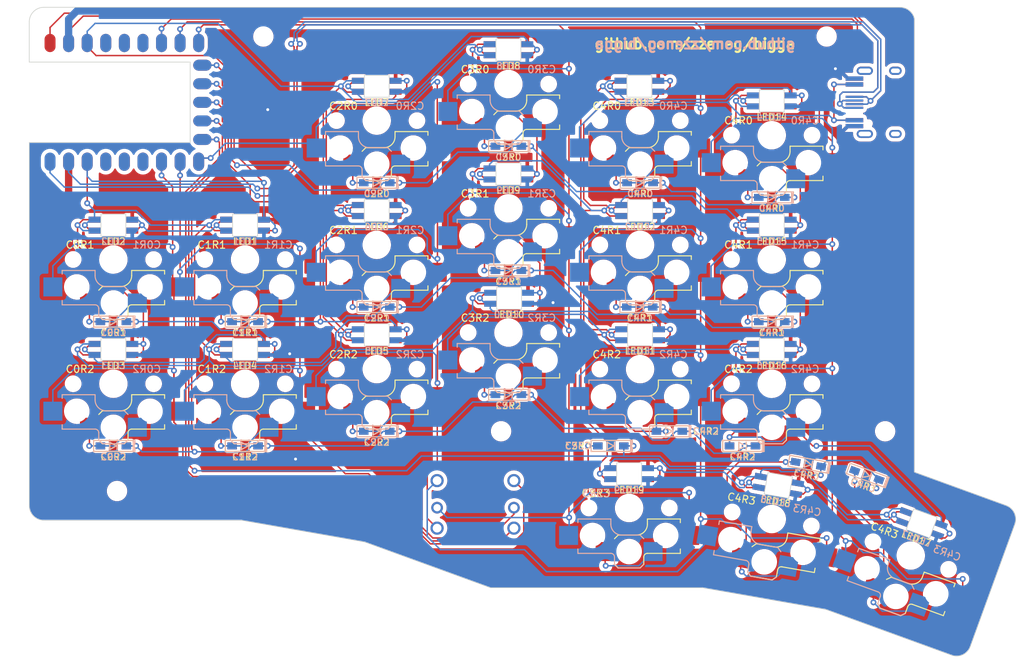
<source format=kicad_pcb>
(kicad_pcb (version 20221018) (generator pcbnew)
  (layers (0 "F.Cu" signal) (31 "B.Cu" signal) (34 "B.Paste" user) (35 "F.Paste" user) (36 "B.SilkS" user "B.Silkscreen") (37 "F.SilkS" user "F.Silkscreen") (38 "B.Mask" user) (39 "F.Mask" user) (44 "Edge.Cuts" user))
  (net 0 "")
  (net 1 "GND")
  (net 2 "VCC")
  (net 3 "RX")
  (net 4 "Net-(D1-A)")
  (net 5 "Net-(D2-A)")
  (net 6 "TX")
  (net 7 "Net-(D3-A)")
  (net 8 "LED")
  (net 9 "Net-(D4-A)")
  (net 10 "Net-(D5-A)")
  (net 11 "row0")
  (net 12 "Net-(D6-A)")
  (net 13 "Net-(D7-A)")
  (net 14 "Net-(D8-A)")
  (net 15 "Net-(D9-A)")
  (net 16 "Net-(D10-A)")
  (net 17 "Net-(D11-A)")
  (net 18 "row1")
  (net 19 "row2")
  (net 20 "row3")
  (net 21 "Net-(D12-A)")
  (net 22 "Net-(D13-A)")
  (net 23 "Net-(D14-A)")
  (net 24 "Net-(D15-A)")
  (net 25 "col1")
  (net 26 "col0")
  (net 27 "col2")
  (net 28 "col3")
  (net 29 "col4")
  (net 30 "Net-(D16-A)")
  (net 31 "Net-(D17-A)")
  (net 32 "Net-(D18-A)")
  (net 33 "Net-(D19-A)")
  (net 34 "row4")
  (net 35 "Net-(LED1-DOUT)")
  (net 36 "Net-(LED2-DOUT)")
  (net 37 "Net-(LED3-DOUT)")
  (net 38 "Net-(LED4-DOUT)")
  (net 39 "Net-(LED5-DOUT)")
  (net 40 "Net-(LED6-DOUT)")
  (net 41 "Net-(LED7-DOUT)")
  (net 42 "Net-(LED8-DOUT)")
  (net 43 "Net-(LED10-DIN)")
  (net 44 "Net-(LED10-DOUT)")
  (net 45 "Net-(LED11-DOUT)")
  (net 46 "Net-(LED12-DOUT)")
  (net 47 "Net-(LED13-DOUT)")
  (net 48 "Net-(LED14-DOUT)")
  (net 49 "Net-(LED15-DOUT)")
  (net 50 "Net-(LED16-DOUT)")
  (net 51 "Net-(LED17-DOUT)")
  (net 52 "Net-(LED18-DOUT)")
  (net 59 "col5")
  (footprint "zzkeeb:LED_SK6812-MINI-E-reversible-flip3d" (layer "F.Cu") (at 101.5 47.3)
    (fp_text reference "LED8")
    (fp_text value "YS-SK6812MINI-E" hide)
    (fp_line (start -1.7 -1.5) (end 1.7 -1.5) (stroke (width 0.1)) (layer "Edge.Cuts"))
    (fp_line (start -1.7 1.5) (end -1.7 -1.5) (stroke (width 0.1)) (layer "Edge.Cuts"))
    (fp_line (start 1.7 -1.5) (end 1.7 1.5) (stroke (width 0.1)) (layer "Edge.Cuts"))
    (fp_line (start 1.7 1.5) (end -1.7 1.5) (stroke (width 0.1)) (layer "Edge.Cuts"))
  )
  (footprint "zzkeeb:LED_SK6812-MINI-E-reversible-flip3d" (layer "F.Cu") (at 119.5 86.3)
    (fp_text reference "LED11")
    (fp_text value "YS-SK6812MINI-E" hide)
    (fp_line (start -1.7 -1.5) (end 1.7 -1.5) (stroke (width 0.1)) (layer "Edge.Cuts"))
    (fp_line (start -1.7 1.5) (end -1.7 -1.5) (stroke (width 0.1)) (layer "Edge.Cuts"))
    (fp_line (start 1.7 -1.5) (end 1.7 1.5) (stroke (width 0.1)) (layer "Edge.Cuts"))
    (fp_line (start 1.7 1.5) (end -1.7 1.5) (stroke (width 0.1)) (layer "Edge.Cuts"))
  )
  (footprint "zzkeeb:LED_SK6812-MINI-E-reversible-flip3d" (layer "F.Cu") (at 101.6 81.3)
    (fp_text reference "LED10")
    (fp_text value "YS-SK6812MINI-E" hide)
    (fp_line (start -1.7 -1.5) (end 1.7 -1.5) (stroke (width 0.1)) (layer "Edge.Cuts"))
    (fp_line (start -1.7 1.5) (end -1.7 -1.5) (stroke (width 0.1)) (layer "Edge.Cuts"))
    (fp_line (start 1.7 -1.5) (end 1.7 1.5) (stroke (width 0.1)) (layer "Edge.Cuts"))
    (fp_line (start 1.7 1.5) (end -1.7 1.5) (stroke (width 0.1)) (layer "Edge.Cuts"))
  )
  (footprint "zzkeeb:LED_SK6812-MINI-E-reversible-flip3d" (layer "F.Cu") (at 118 105.3)
    (fp_text reference "LED19")
    (fp_text value "YS-SK6812MINI-E" hide)
    (fp_line (start -1.7 -1.5) (end 1.7 -1.5) (stroke (width 0.1)) (layer "Edge.Cuts"))
    (fp_line (start -1.7 1.5) (end -1.7 -1.5) (stroke (width 0.1)) (layer "Edge.Cuts"))
    (fp_line (start 1.7 -1.5) (end 1.7 1.5) (stroke (width 0.1)) (layer "Edge.Cuts"))
    (fp_line (start 1.7 1.5) (end -1.7 1.5) (stroke (width 0.1)) (layer "Edge.Cuts"))
  )
  (footprint "zzkeeb:Switch_ChocV1-hotswap-reversible" (layer "F.Cu") (at 137.5 111.5 -10)
    (fp_text reference "SW18" hide)
    (fp_text value "Switch" hide)
  )
  (footprint "zzkeeb:LED_SK6812-MINI-E-reversible-flip3d" (layer "F.Cu") (at 119.4 52.3)
    (fp_text reference "LED13")
    (fp_text value "YS-SK6812MINI-E" hide)
    (fp_line (start -1.7 -1.5) (end 1.7 -1.5) (stroke (width 0.1)) (layer "Edge.Cuts"))
    (fp_line (start -1.7 1.5) (end -1.7 -1.5) (stroke (width 0.1)) (layer "Edge.Cuts"))
    (fp_line (start 1.7 -1.5) (end 1.7 1.5) (stroke (width 0.1)) (layer "Edge.Cuts"))
    (fp_line (start 1.7 1.5) (end -1.7 1.5) (stroke (width 0.1)) (layer "Edge.Cuts"))
  )
  (footprint "zzkeeb:Switch_ChocV1-hotswap-reversible" (layer "F.Cu") (at 47.5 93)
    (fp_text reference "SW11" hide)
    (fp_text value "Switch" hide)
  )
  (footprint "zzkeeb:Switch_ChocV1-hotswap-reversible" (layer "F.Cu") (at 65.5 93)
    (fp_text reference "SW12" hide)
    (fp_text value "Switch" hide)
  )
  (footprint "zzkeeb:Switch_ChocV1-hotswap-reversible" (layer "F.Cu") (at 119.5 57)
    (fp_text reference "SW3" hide)
    (fp_text value "Switch" hide)
  )
  (footprint "zzkeeb:Switch_ChocV1-hotswap-reversible" (layer "F.Cu") (at 83.5 57)
    (fp_text reference "SW1" hide)
    (fp_text value "Switch" hide)
  )
  (footprint "zzkeeb:LED_SK6812-MINI-E-reversible-flip3d" (layer "F.Cu") (at 137.5 54.3)
    (fp_text reference "LED14")
    (fp_text value "YS-SK6812MINI-E" hide)
    (fp_line (start -1.7 -1.5) (end 1.7 -1.5) (stroke (width 0.1)) (layer "Edge.Cuts"))
    (fp_line (start -1.7 1.5) (end -1.7 -1.5) (stroke (width 0.1)) (layer "Edge.Cuts"))
    (fp_line (start 1.7 -1.5) (end 1.7 1.5) (stroke (width 0.1)) (layer "Edge.Cuts"))
    (fp_line (start 1.7 1.5) (end -1.7 1.5) (stroke (width 0.1)) (layer "Edge.Cuts"))
  )
  (footprint "zzkeeb:Switch_ChocV1-hotswap-reversible" (layer "F.Cu") (at 101.5 86)
    (fp_text reference "SW14" hide)
    (fp_text value "Switch" hide)
  )
  (footprint "zzkeeb:Switch_ChocV1-hotswap-reversible" (layer "F.Cu") (at 101.5 52)
    (fp_text reference "SW2" hide)
    (fp_text value "Switch" hide)
  )
  (footprint "zzkeeb:LED_SK6812-MINI-E-reversible-flip3d" (layer "F.Cu") (at 47.5 71.3)
    (fp_text reference "LED2")
    (fp_text value "YS-SK6812MINI-E" hide)
    (fp_line (start -1.7 -1.5) (end 1.7 -1.5) (stroke (width 0.1)) (layer "Edge.Cuts"))
    (fp_line (start -1.7 1.5) (end -1.7 -1.5) (stroke (width 0.1)) (layer "Edge.Cuts"))
    (fp_line (start 1.7 -1.5) (end 1.7 1.5) (stroke (width 0.1)) (layer "Edge.Cuts"))
    (fp_line (start 1.7 1.5) (end -1.7 1.5) (stroke (width 0.1)) (layer "Edge.Cuts"))
  )
  (footprint "zzkeeb:Hole_M2" (layer "F.Cu") (at 145 45.5)
    (fp_text reference "H5" hide)
    (fp_text value "MountingHole" hide)
  )
  (footprint "zzkeeb:LED_SK6812-MINI-E-reversible-flip3d" (layer "F.Cu") (at 47.5 88.3)
    (fp_text reference "LED3")
    (fp_text value "YS-SK6812MINI-E" hide)
    (fp_line (start -1.7 -1.5) (end 1.7 -1.5) (stroke (width 0.1)) (layer "Edge.Cuts"))
    (fp_line (start -1.7 1.5) (end -1.7 -1.5) (stroke (width 0.1)) (layer "Edge.Cuts"))
    (fp_line (start 1.7 -1.5) (end 1.7 1.5) (stroke (width 0.1)) (layer "Edge.Cuts"))
    (fp_line (start 1.7 1.5) (end -1.7 1.5) (stroke (width 0.1)) (layer "Edge.Cuts"))
  )
  (footprint "zzkeeb:LED_SK6812-MINI-E-reversible-flip3d" (layer "F.Cu") (at 158 112.1 -20)
    (fp_text reference "LED17")
    (fp_text value "YS-SK6812MINI-E" hide)
    (fp_line (start -1.7 -1.5) (end 1.7 -1.5) (stroke (width 0.1)) (layer "Edge.Cuts"))
    (fp_line (start -1.7 1.5) (end -1.7 -1.5) (stroke (width 0.1)) (layer "Edge.Cuts"))
    (fp_line (start 1.7 -1.5) (end 1.7 1.5) (stroke (width 0.1)) (layer "Edge.Cuts"))
    (fp_line (start 1.7 1.5) (end -1.7 1.5) (stroke (width 0.1)) (layer "Edge.Cuts"))
  )
  (footprint "zzkeeb:LED_SK6812-MINI-E-reversible-flip3d" (layer "F.Cu") (at 83.5 86.3)
    (fp_text reference "LED5")
    (fp_text value "YS-SK6812MINI-E" hide)
    (fp_line (start -1.7 -1.5) (end 1.7 -1.5) (stroke (width 0.1)) (layer "Edge.Cuts"))
    (fp_line (start -1.7 1.5) (end -1.7 -1.5) (stroke (width 0.1)) (layer "Edge.Cuts"))
    (fp_line (start 1.7 -1.5) (end 1.7 1.5) (stroke (width 0.1)) (layer "Edge.Cuts"))
    (fp_line (start 1.7 1.5) (end -1.7 1.5) (stroke (width 0.1)) (layer "Edge.Cuts"))
  )
  (footprint "zzkeeb:Hole_M2" (layer "F.Cu") (at 48 107.6714)
    (fp_text reference "H3" hide)
    (fp_text value "MountingHole" hide)
  )
  (footprint "zzkeeb:LED_SK6812-MINI-E-reversible-flip3d" (layer "F.Cu") (at 83.5 52.3)
    (fp_text reference "LED7")
    (fp_text value "YS-SK6812MINI-E" hide)
    (fp_line (start -1.7 -1.5) (end 1.7 -1.5) (stroke (width 0.1)) (layer "Edge.Cuts"))
    (fp_line (start -1.7 1.5) (end -1.7 -1.5) (stroke (width 0.1)) (layer "Edge.Cuts"))
    (fp_line (start 1.7 -1.5) (end 1.7 1.5) (stroke (width 0.1)) (layer "Edge.Cuts"))
    (fp_line (start 1.7 1.5) (end -1.7 1.5) (stroke (width 0.1)) (layer "Edge.Cuts"))
  )
  (footprint "zzkeeb:LED_SK6812-MINI-E-reversible-flip3d" (layer "F.Cu") (at 101.5 64.3)
    (fp_text reference "LED9")
    (fp_text value "YS-SK6812MINI-E" hide)
    (fp_line (start -1.7 -1.5) (end 1.7 -1.5) (stroke (width 0.1)) (layer "Edge.Cuts"))
    (fp_line (start -1.7 1.5) (end -1.7 -1.5) (stroke (width 0.1)) (layer "Edge.Cuts"))
    (fp_line (start 1.7 -1.5) (end 1.7 1.5) (stroke (width 0.1)) (layer "Edge.Cuts"))
    (fp_line (start 1.7 1.5) (end -1.7 1.5) (stroke (width 0.1)) (layer "Edge.Cuts"))
  )
  (footprint "zzkeeb:Switch_ChocV1-hotswap-reversible" (layer "F.Cu") (at 137.5 93)
    (fp_text reference "SW16" hide)
    (fp_text value "Switch" hide)
  )
  (footprint "zzkeeb:Switch_ChocV1-hotswap-reversible" (layer "F.Cu") (at 47.5 76)
    (fp_text reference "SW5" hide)
    (fp_text value "Switch" hide)
  )
  (footprint "zzkeeb:Switch_ChocV1-hotswap-reversible" (layer "F.Cu") (at 119.5 91)
    (fp_text reference "SW15" hide)
    (fp_text value "Switch" hide)
  )
  (footprint "zzkeeb:Connector_HRO-TYPE-C-31-M-12-data" (layer "F.Cu") (at 157 54.5 90)
    (fp_text reference "USB1" hide)
    (fp_text value "Connector_HRO-TYPE-C-31-M-12" hide)
  )
  (footprint "zzkeeb:LED_SK6812-MINI-E-reversible-flip3d" (layer "F.Cu") (at 119.5 69.3)
    (fp_text reference "LED12")
    (fp_text value "YS-SK6812MINI-E" hide)
    (fp_line (start -1.7 -1.5) (end 1.7 -1.5) (stroke (width 0.1)) (layer "Edge.Cuts"))
    (fp_line (start -1.7 1.5) (end -1.7 -1.5) (stroke (width 0.1)) (layer "Edge.Cuts"))
    (fp_line (start 1.7 -1.5) (end 1.7 1.5) (stroke (width 0.1)) (layer "Edge.Cuts"))
    (fp_line (start 1.7 1.5) (end -1.7 1.5) (stroke (width 0.1)) (layer "Edge.Cuts"))
  )
  (footprint "zzkeeb:LED_SK6812-MINI-E-reversible-flip3d" (layer "F.Cu") (at 65.5 88.3)
    (fp_text reference "LED4")
    (fp_text value "YS-SK6812MINI-E" hide)
    (fp_line (start -1.7 -1.5) (end 1.7 -1.5) (stroke (width 0.1)) (layer "Edge.Cuts"))
    (fp_line (start -1.7 1.5) (end -1.7 -1.5) (stroke (width 0.1)) (layer "Edge.Cuts"))
    (fp_line (start 1.7 -1.5) (end 1.7 1.5) (stroke (width 0.1)) (layer "Edge.Cuts"))
    (fp_line (start 1.7 1.5) (end -1.7 1.5) (stroke (width 0.1)) (layer "Edge.Cuts"))
  )
  (footprint "zzkeeb:Switch_ChocV1-hotswap-reversible" (layer "F.Cu") (at 119.5 74)
    (fp_text reference "SW9" hide)
    (fp_text value "Switch" hide)
  )
  (footprint "zzkeeb:LED_SK6812-MINI-E-reversible-flip3d" (layer "F.Cu") (at 65.5 71.3)
    (fp_text reference "LED1")
    (fp_text value "YS-SK6812MINI-E" hide)
    (fp_line (start -1.7 -1.5) (end 1.7 -1.5) (stroke (width 0.1)) (layer "Edge.Cuts"))
    (fp_line (start -1.7 1.5) (end -1.7 -1.5) (stroke (width 0.1)) (layer "Edge.Cuts"))
    (fp_line (start 1.7 -1.5) (end 1.7 1.5) (stroke (width 0.1)) (layer "Edge.Cuts"))
    (fp_line (start 1.7 1.5) (end -1.7 1.5) (stroke (width 0.1)) (layer "Edge.Cuts"))
  )
  (footprint "zzkeeb:Hole_M2" (layer "F.Cu") (at 153 99.5)
    (fp_text reference "H1" hide)
    (fp_text value "MountingHole" hide)
  )
  (footprint "zzkeeb:Switch_ChocV1-hotswap-reversible" (layer "F.Cu") (at 156.5 116.5 -20)
    (fp_text reference "SW19" hide)
    (fp_text value "Switch" hide)
  )
  (footprint "zzkeeb:LED_SK6812-MINI-E-reversible-flip3d" (layer "F.Cu") (at 138.4 106.9 -10)
    (fp_text reference "LED18")
    (fp_text value "YS-SK6812MINI-E" hide)
    (fp_line (start -1.7 -1.5) (end 1.7 -1.5) (stroke (width 0.1)) (layer "Edge.Cuts"))
    (fp_line (start -1.7 1.5) (end -1.7 -1.5) (stroke (width 0.1)) (layer "Edge.Cuts"))
    (fp_line (start 1.7 -1.5) (end 1.7 1.5) (stroke (width 0.1)) (layer "Edge.Cuts"))
    (fp_line (start 1.7 1.5) (end -1.7 1.5) (stroke (width 0.1)) (layer "Edge.Cuts"))
  )
  (footprint "zzkeeb:Switch_ChocV1-hotswap-reversible" (layer "F.Cu") (at 65.5 76)
    (fp_text reference "SW6" hide)
    (fp_text value "Switch" hide)
  )
  (footprint "zzkeeb:Button_5way-reversible" (layer "F.Cu") (at 97 109.5)
    (fp_text reference "FiveWay1" hide)
    (fp_text value "5Way-Tactile_K1-1506DN-01")
  )
  (footprint "zzkeeb:Hole_M2" (layer "F.Cu") (at 100.5 99.5)
    (fp_text reference "H2" hide)
    (fp_text value "MountingHole" hide)
  )
  (footprint "zzkeeb:Switch_ChocV1-hotswap-reversible" (layer "F.Cu") (at 137.5 59)
    (fp_text reference "SW4" hide)
    (fp_text value "Switch" hide)
  )
  (footprint "zzkeeb:Switch_ChocV1-hotswap-reversible" (layer "F.Cu") (at 118 110)
    (fp_text reference "SW17" hide)
    (fp_text value "Switch" hide)
  )
  (footprint "zzkeeb:MCU_rp2040-zero-smd" (layer "F.Cu") (at 49 54.5 90)
    (fp_text reference "MCU1" hide)
    (fp_text value "rp2040-zero" hide)
  )
  (footprint "zzkeeb:Switch_ChocV1-hotswap-reversible" (layer "F.Cu") (at 137.5 76)
    (fp_text reference "SW10" hide)
    (fp_text value "Switch" hide)
  )
  (footprint "zzkeeb:Switch_ChocV1-hotswap-reversible" (layer "F.Cu") (at 83.5 91)
    (fp_text reference "SW13" hide)
    (fp_text value "Switch" hide)
  )
  (footprint "zzkeeb:LED_SK6812-MINI-E-reversible-flip3d" (layer "F.Cu") (at 137.5 71.3)
    (fp_text reference "LED15")
    (fp_text value "YS-SK6812MINI-E" hide)
    (fp_line (start -1.7 -1.5) (end 1.7 -1.5) (stroke (width 0.1)) (layer "Edge.Cuts"))
    (fp_line (start -1.7 1.5) (end -1.7 -1.5) (stroke (width 0.1)) (layer "Edge.Cuts"))
    (fp_line (start 1.7 -1.5) (end 1.7 1.5) (stroke (width 0.1)) (layer "Edge.Cuts"))
    (fp_line (start 1.7 1.5) (end -1.7 1.5) (stroke (width 0.1)) (layer "Edge.Cuts"))
  )
  (footprint "zzkeeb:Switch_ChocV1-hotswap-reversible" (layer "F.Cu") (at 83.5 74)
    (fp_text reference "SW7" hide)
    (fp_text value "Switch" hide)
  )
  (footprint "zzkeeb:Switch_ChocV1-hotswap-reversible" (layer "F.Cu") (at 101.5 69)
    (fp_text reference "SW8" hide)
    (fp_text value "Switch" hide)
  )
  (footprint "zzkeeb:LED_SK6812-MINI-E-reversible-flip3d" (layer "F.Cu") (at 83.5 69.3)
    (fp_text reference "LED6")
    (fp_text value "YS-SK6812MINI-E" hide)
    (fp_line (start -1.7 -1.5) (end 1.7 -1.5) (stroke (width 0.1)) (layer "Edge.Cuts"))
    (fp_line (start -1.7 1.5) (end -1.7 -1.5) (stroke (width 0.1)) (layer "Edge.Cuts"))
    (fp_line (start 1.7 -1.5) (end 1.7 1.5) (stroke (width 0.1)) (layer "Edge.Cuts"))
    (fp_line (start 1.7 1.5) (end -1.7 1.5) (stroke (width 0.1)) (layer "Edge.Cuts"))
  )
  (footprint "zzkeeb:LED_SK6812-MINI-E-reversible-flip3d" (layer "F.Cu") (at 137.5 88.3)
    (fp_text reference "LED16")
    (fp_text value "YS-SK6812MINI-E" hide)
    (fp_line (start -1.7 -1.5) (end 1.7 -1.5) (stroke (width 0.1)) (layer "Edge.Cuts"))
    (fp_line (start -1.7 1.5) (end -1.7 -1.5) (stroke (width 0.1)) (layer "Edge.Cuts"))
    (fp_line (start 1.7 -1.5) (end 1.7 1.5) (stroke (width 0.1)) (layer "Edge.Cuts"))
    (fp_line (start 1.7 1.5) (end -1.7 1.5) (stroke (width 0.1)) (layer "Edge.Cuts"))
  )
  (footprint "zzkeeb:Hole_M2" (layer "F.Cu") (at 68 45.5)
    (fp_text reference "H4" hide)
    (fp_text value "MountingHole" hide)
  )
  (footprint "zzkeeb:Diode_1N4148-SOD123-reversible-flip3d" (layer "B.Cu") (at 119.45 82.5 180)
    (fp_text reference "D9" hide)
    (fp_text value "D" hide)
  )
  (footprint "zzkeeb:Diode_1N4148-SOD123-reversible-flip3d" (layer "B.Cu") (at 83.5 99.5 180)
    (fp_text reference "D13" hide)
    (fp_text value "D" hide)
  )
  (footprint "zzkeeb:Diode_1N4148-SOD123-reversible-flip3d" (layer "B.Cu") (at 142.5 104 170)
    (fp_text reference "D18" hide)
    (fp_text value "D" hide)
  )
  (footprint "zzkeeb:Diode_1N4148-SOD123-reversible-flip3d" (layer "B.Cu") (at 101.5 94.5 180)
    (fp_text reference "D14" hide)
    (fp_text value "D" hide)
  )
  (footprint "zzkeeb:Diode_1N4148-SOD123-reversible-flip3d" (layer "B.Cu") (at 101.5 60.5 180)
    (fp_text reference "D2" hide)
    (fp_text value "D" hide)
  )
  (footprint "zzkeeb:Diode_1N4148-SOD123-reversible-flip3d" (layer "B.Cu") (at 123.5 99.5 180)
    (fp_text reference "D15" hide)
    (fp_text value "D" hide)
  )
  (footprint "zzkeeb:Diode_1N4148-SOD123-reversible-flip3d" (layer "B.Cu") (at 137.5 84.5 180)
    (fp_text reference "D10" hide)
    (fp_text value "D" hide)
  )
  (footprint "zzkeeb:Diode_1N4148-SOD123-reversible-flip3d" (layer "B.Cu") (at 150.5 105.5 160)
    (fp_text reference "D19" hide)
    (fp_text value "D" hide)
  )
  (footprint "zzkeeb:Diode_1N4148-SOD123-reversible-flip3d" (layer "B.Cu") (at 119.5 65.5 180)
    (fp_text reference "D3" hide)
    (fp_text value "D" hide)
  )
  (footprint "zzkeeb:Diode_1N4148-SOD123-reversible-flip3d" (layer "B.Cu") (at 65.5 101.5 180)
    (fp_text reference "D12" hide)
    (fp_text value "D" hide)
  )
  (footprint "zzkeeb:Diode_1N4148-SOD123-reversible-flip3d" (layer "B.Cu") (at 83.5 82.5 180)
    (fp_text reference "D7" hide)
    (fp_text value "D" hide)
  )
  (footprint "zzkeeb:MCU_rp2040-zero-smd" (layer "B.Cu") (at 49 54.5 -90)
    (fp_text reference "MCU2" hide)
    (fp_text value "rp2040-zero" hide)
  )
  (footprint "zzkeeb:Connector_HRO-TYPE-C-31-M-12-data" (layer "B.Cu") (at 157 54.5 -90)
    (fp_text reference "USB2" hide)
    (fp_text value "Connector_HRO-TYPE-C-31-M-12" hide)
  )
  (footprint "zzkeeb:Diode_1N4148-SOD123-reversible-flip3d" (layer "B.Cu") (at 137.5 67.5 180)
    (fp_text reference "D4" hide)
    (fp_text value "D" hide)
  )
  (footprint "zzkeeb:Diode_1N4148-SOD123-reversible-flip3d" (layer "B.Cu") (at 133.5 101.5 180)
    (fp_text reference "D16" hide)
    (fp_text value "D" hide)
  )
  (footprint "zzkeeb:Diode_1N4148-SOD123-reversible-flip3d" (layer "B.Cu") (at 101.5 77.5 180)
    (fp_text reference "D8" hide)
    (fp_text value "D" hide)
  )
  (footprint "zzkeeb:Diode_1N4148-SOD123-reversible-flip3d" (layer "B.Cu") (at 83.5 65.5 180)
    (fp_text reference "D1" hide)
    (fp_text value "D" hide)
  )
  (footprint "zzkeeb:Diode_1N4148-SOD123-reversible-flip3d" (layer "B.Cu") (at 47.5 84.5 180)
    (fp_text reference "D5" hide)
    (fp_text value "D" hide)
  )
  (footprint "zzkeeb:Diode_1N4148-SOD123-reversible-flip3d" (layer "B.Cu") (at 115.5 101.5 180)
    (fp_text reference "D17" hide)
    (fp_text value "D" hide)
  )
  (footprint "zzkeeb:Diode_1N4148-SOD123-reversible-flip3d" (layer "B.Cu") (at 47.5 101.5 180)
    (fp_text reference "D11" hide)
    (fp_text value "D" hide)
  )
  (footprint "zzkeeb:Diode_1N4148-SOD123-reversible-flip3d" (layer "B.Cu") (at 65.5 84.5 180)
    (fp_text reference "D6" hide)
    (fp_text value "D" hide)
  )
  (gr_line (start 144.876209 123.868808) (end 162.074904 130.128601) (stroke (width 0.1)) (layer "Edge.Cuts"))
  (gr_line (start 128.039372 120.9) (end 144.876209 123.868808) (stroke (width 0.1)) (layer "Edge.Cuts"))
  (gr_arc (start 155.047627 41.5) (mid 156.299079 41.939914) (end 157 43.066132) (stroke (width 0.1)) (layer "Edge.Cuts"))
  (gr_line (start 81.838757 114.640207) (end 99.037452 120.9) (stroke (width 0.1)) (layer "Edge.Cuts"))
  (gr_arc (start 36 43.5) (mid 36.585786 42.085786) (end 38 41.5) (stroke (width 0.1)) (layer "Edge.Cuts"))
  (gr_line (start 36 49) (end 58 49) (stroke (width 0.1)) (layer "Edge.Cuts"))
  (gr_arc (start 169.530969 109.643378) (mid 170.659545 110.67753) (end 170.726312 112.20681) (stroke (width 0.1)) (layer "Edge.Cuts"))
  (gr_line (start 155.047627 41.5) (end 38 41.5) (stroke (width 0.1)) (layer "Edge.Cuts"))
  (gr_arc (start 164.638326 128.933261) (mid 163.604178 130.061836) (end 162.074904 130.128601) (stroke (width 0.1)) (layer "Edge.Cuts"))
  (gr_line (start 99.037452 120.9) (end 128.039372 120.9) (stroke (width 0.1)) (layer "Edge.Cuts"))
  (gr_arc (start 38 111.671399) (mid 36.585786 111.085613) (end 36 109.671399) (stroke (width 0.1)) (layer "Edge.Cuts"))
  (gr_line (start 157 105.08248) (end 157 43.066132) (stroke (width 0.1)) (layer "Edge.Cuts"))
  (gr_line (start 58 49) (end 58 60) (stroke (width 0.1)) (layer "Edge.Cuts"))
  (gr_line (start 65.00192 111.671399) (end 81.838757 114.640207) (stroke (width 0.1)) (layer "Edge.Cuts"))
  (gr_line (start 36 49) (end 36 43.5) (stroke (width 0.1)) (layer "Edge.Cuts"))
  (gr_line (start 38 111.671399) (end 65.00192 111.671399) (stroke (width 0.1)) (layer "Edge.Cuts"))
  (gr_line (start 58 60) (end 36 60) (stroke (width 0.1)) (layer "Edge.Cuts"))
  (gr_line (start 36 60) (end 36 109.671399) (stroke (width 0.1)) (layer "Edge.Cuts"))
  (gr_line (start 164.638326 128.933261) (end 170.726312 112.20681) (stroke (width 0.1)) (layer "Edge.Cuts"))
  (gr_line (start 169.530969 109.643378) (end 157 105.08248) (stroke (width 0.1)) (layer "Edge.Cuts"))
  (gr_text "github.com/zzeneg/bigga" (at 127 46.5) (layer "B.SilkS") (effects (font (size 1.4 1.4) (thickness 0.3) bold) (justify mirror)))
  (gr_text "github.com/zzeneg/bigga" (at 127 46.5) (layer "F.SilkS") (effects (font (size 1.4 1.4) (thickness 0.3) bold)))
  (segment (start 41.38 62.12) (end 41.38 68.5) (width 1) (layer "F.Cu") (net 1))
  (via (at 107.6 81.9) (size 0.8) (drill 0.4) (layers "F.Cu" "B.Cu") (net 1))
  (via (at 72.4 103.3) (size 0.8) (drill 0.4) (layers "F.Cu" "B.Cu") (net 1))
  (via (at 68.6 55.5) (size 0.8) (drill 0.4) (layers "F.Cu" "B.Cu") (net 1))
  (via (at 71.6 88.9) (size 0.8) (drill 0.4) (layers "F.Cu" "B.Cu") (net 1))
  (via (at 146.2 49.9) (size 0.8) (drill 0.4) (layers "F.Cu" "B.Cu") (net 1))
  (segment (start 41.38 43.12) (end 42.5 42) (width 1) (layer "B.Cu") (net 1))
  (segment (start 41.38 46.88) (end 41.38 43.12) (width 1) (layer "B.Cu") (net 1))
  (segment (start 42.5 42) (end 47 42) (width 1) (layer "B.Cu") (net 1))
  (segment (start 60.600497 71.3) (end 60.165686 71.3) (width 0.2) (layer "F.Cu") (net 2))
  (segment (start 80.8 53.1) (end 80.85 53.05) (width 0.2) (layer "F.Cu") (net 2))
  (segment (start 58.6 72.865686) (end 58.6 86.3) (width 0.2) (layer "F.Cu") (net 2))
  (segment (start 58.6 86.3) (end 61.35 89.05) (width 0.2) (layer "F.Cu") (net 2))
  (segment (start 114.400497 52.3) (end 115.150497 53.05) (width 0.2) (layer "F.Cu") (net 2))
  (segment (start 115.150497 53.05) (end 116.82 53.05) (width 0.2) (layer "F.Cu") (net 2))
  (segment (start 146 56.95) (end 147.9 56.95) (width 0.2) (layer "F.Cu") (net 2))
  (segment (start 80.85 53.05) (end 80.92 53.05) (width 0.2) (layer "F.Cu") (net 2))
  (segment (start 79.350497 70.05) (end 80.92 70.05) (width 0.2) (layer "F.Cu") (net 2))
  (segment (start 114 105.3) (end 114.75 106.05) (width 0.2) (layer "F.Cu") (net 2))
  (segment (start 78.6 52.3) (end 76.2 54.7) (width 0.2) (layer "F.Cu") (net 2))
  (segment (start 43.92 68.3) (end 43.92 62.12) (width 0.2) (layer "F.Cu") (net 2))
  (segment (start 114.75 106.05) (end 115.42 106.05) (width 0.2) (layer "F.Cu") (net 2))
  (segment (start 154.222357 111.922357) (end 155.319078 111.922357) (width 0.2) (layer "F.Cu") (net 2))
  (segment (start 78.600497 69.3) (end 76.2 69.3) (width 0.2) (layer "F.Cu") (net 2))
  (segment (start 98.35 48.05) (end 98.92 48.05) (width 0.2) (layer "F.Cu") (net 2))
  (segment (start 134.35 55.05) (end 134.92 55.05) (width 0.2) (layer "F.Cu") (net 2))
  (segment (start 114 105.3) (end 114 103.9) (width 0.2) (layer "F.Cu") (net 2))
  (segment (start 42.6 88.3) (end 43.35 89.05) (width 0.2) (layer "F.Cu") (net 2))
  (segment (start 114 103.9) (end 115 102.9) (width 0.2) (layer "F.Cu") (net 2))
  (segment (start 61.35 89.05) (end 62.92 89.05) (width 0.2) (layer "F.Cu") (net 2))
  (segment (start 60.600497 71.3) (end 61.350497 72.05) (width 0.2) (layer "F.Cu") (net 2))
  (segment (start 133.400497 106.5) (end 134.100497 107.2) (width 0.2) (layer "F.Cu") (net 2))
  (segment (start 61.350497 72.05) (end 62.92 72.05) (width 0.2) (layer "F.Cu") (net 2))
  (segment (start 44.35 72.05) (end 44.92 72.05) (width 0.2) (layer "F.Cu") (net 2))
  (segment (start 97.6 47.3) (end 98.35 48.05) (width 0.2) (layer "F.Cu") (net 2))
  (segment (start 43.35 89.05) (end 44.92 89.05) (width 0.2) (layer "F.Cu") (net 2))
  (segment (start 111.4 69.3) (end 111.4 86.3) (width 0.2) (layer "F.Cu") (net 2))
  (segment (start 134.100497 107.2) (end 135.719554 107.2) (width 0.2) (layer "F.Cu") (net 2))
  (segment (start 98.35 65.05) (end 98.92 65.05) (width 0.2) (layer "F.Cu") (net 2))
  (segment (start 115.35 87.05) (end 116.92 87.05) (width 0.2) (layer "F.Cu") (net 2))
  (segment (start 146 56.95) (end 146 52.05) (width 0.2) (layer "F.Cu") (net 2))
  (segment (start 115.350497 70.05) (end 116.92 70.05) (width 0.2) (layer "F.Cu") (net 2))
  (segment (start 114.6 86.3) (end 111.4 86.3) (width 0.2) (layer "F.Cu") (net 2))
  (segment (start 133.6 54.3) (end 134.35 55.05) (width 0.2) (layer "F.Cu") (net 2))
  (segment (start 79.350497 87.05) (end 80.92 87.05) (width 0.2) (layer "F.Cu") (net 2))
  (segment (start 114.600497 69.3) (end 111.4 69.3) (width 0.2) (layer "F.Cu") (net 2))
  (segment (start 134.35 72.05) (end 134.92 72.05) (width 0.2) (layer "F.Cu") (net 2))
  (segment (start 153.2 110.9) (end 154.222357 111.922357) (width 0.2) (layer "F.Cu") (net 2))
  (segment (start 114.600497 69.3) (end 115.350497 70.05) (width 0.2) (layer "F.Cu") (net 2))
  (segment (start 97.35 82.05) (end 99.02 82.05) (width 0.2) (layer "F.Cu") (net 2))
  (segment (start 135.719554 107.2) (end 135.72896 107.190594) (width 0.2) (layer "F.Cu") (net 2))
  (segment (start 97.6 64.3) (end 98.35 65.05) (width 0.2) (layer "F.Cu") (net 2))
  (segment (start 115 100.9) (end 111.4 97.3) (width 0.2) (layer "F.Cu") (net 2))
  (segment (start 78.600497 69.3) (end 79.350497 70.05) (width 0.2) (layer "F.Cu") (net 2))
  (segment (start 96.6 81.3) (end 97.35 82.05) (width 0.2) (layer "F.Cu") (net 2))
  (segment (start 114.6 86.3) (end 115.35 87.05) (width 0.2) (layer "F.Cu") (net 2))
  (segment (start 76.2 54.7) (end 76.2 83.899503) (width 0.2) (layer "F.Cu") (net 2))
  (segment (start 111.4 97.3) (end 111.4 86.3) (width 0.2) (layer "F.Cu") (net 2))
  (segment (start 43.6 71.3) (end 44.35 72.05) (width 0.2) (layer "F.Cu") (net 2))
  (segment (start 133.6 88.3) (end 134.35 89.05) (width 0.2) (layer "F.Cu") (net 2))
  (segment (start 114.400497 52.3) (end 111.4 55.300497) (width 0.2) (layer "F.Cu") (net 2))
  (segment (start 147.9 52.05) (end 146 52.05) (width 0.2) (layer "F.Cu") (net 2))
  (segment (start 133.6 71.3) (end 134.35 72.05) (width 0.2) (layer "F.Cu") (net 2))
  (segment (start 60.165686 71.3) (end 58.6 72.865686) (width 0.2) (layer "F.Cu") (net 2))
  (segment (start 134.35 89.05) (end 134.92 89.05) (width 0.2) (layer "F.Cu") (net 2))
  (segment (start 78.6 52.3) (end 79.4 53.1) (width 0.2) (layer "F.Cu") (net 2))
  (segment (start 111.4 55.300497) (end 111.4 69.3) (width 0.2) (layer "F.Cu") (net 2))
  (segment (start 115 102.9) (end 115 100.9) (width 0.2) (layer "F.Cu") (net 2))
  (segment (start 76.2 83.899503) (end 79.350497 87.05) (width 0.2) (layer "F.Cu") (net 2))
  (segment (start 79.4 53.1) (end 80.8 53.1) (width 0.2) (layer "F.Cu") (net 2))
  (via (at 133.6 54.3) (size 0.8) (drill 0.4) (layers "F.Cu" "B.Cu") (net 2))
  (via (at 133.6 88.3) (size 0.8) (drill 0.4) (layers "F.Cu" "B.Cu") (net 2))
  (via (at 60.600497 71.3) (size 0.8) (drill 0.4) (layers "F.Cu" "B.Cu") (net 2))
  (via (at 97.6 47.3) (size 0.8) (drill 0.4) (layers "F.Cu" "B.Cu") (net 2))
  (via (at 114.6 86.3) (size 0.8) (drill 0.4) (layers "F.Cu" "B.Cu") (net 2))
  (via (at 114.400497 52.3) (size 0.8) (drill 0.4) (layers "F.Cu" "B.Cu") (net 2))
  (via (at 60.6 88.3) (size 0.8) (drill 0.4) (layers "F.Cu" "B.Cu") (net 2))
  (via (at 114.600497 69.3) (size 0.8) (drill 0.4) (layers "F.Cu" "B.Cu") (net 2))
  (via (at 133.400497 106.5) (size 0.8) (drill 0.4) (layers "F.Cu" "B.Cu") (net 2))
  (via (at 146 52.05) (size 0.8) (drill 0.4) (layers "F.Cu" "B.Cu") (net 2))
  (via (at 43.92 68.3) (size 0.8) (drill 0.4) (layers "F.Cu" "B.Cu") (net 2))
  (via (at 114 105.3) (size 0.8) (drill 0.4) (layers "F.Cu" "B.Cu") (net 2))
  (via (at 78.6 52.3) (size 0.8) (drill 0.4) (layers "F.Cu" "B.Cu") (net 2))
  (via (at 146 56.95) (size 0.8) (drill 0.4) (layers "F.Cu" "B.Cu") (net 2))
  (via (at 42.6 88.3) (size 0.8) (drill 0.4) (layers "F.Cu" "B.Cu") (net 2))
  (via (at 97.6 64.3) (size 0.8) (drill 0.4) (layers "F.Cu" "B.Cu") (net 2))
  (via (at 78.6 86.3) (size 0.8) (drill 0.4) (layers "F.Cu" "B.Cu") (net 2))
  (via (at 96.6 81.3) (size 0.8) (drill 0.4) (layers "F.Cu" "B.Cu") (net 2))
  (via (at 133.6 71.3) (size 0.8) (drill 0.4) (layers "F.Cu" "B.Cu") (net 2))
  (via (at 43.6 71.3) (size 0.8) (drill 0.4) (layers "F.Cu" "B.Cu") (net 2))
  (via (at 78.6 69.3) (size 0.8) (drill 0.4) (layers "F.Cu" "B.Cu") (net 2))
  (via (at 153.2 110.9) (size 0.8) (drill 0.4) (layers "F.Cu" "B.Cu") (net 2))
  (segment (start 131.610547 88.3) (end 116.34 88.3) (width 0.2) (layer "B.Cu") (net 2))
  (segment (start 112.834314 69.3) (end 114.600497 69.3) (width 0.2) (layer "B.Cu") (net 2))
  (segment (start 97.2 83.5) (end 111.8 83.5) (width 0.2) (layer "B.Cu") (net 2))
  (segment (start 60.6 89.782843) (end 61.317157 90.5) (width 0.2) (layer "B.Cu") (net 2))
  (segment (start 70.4 52.3) (end 61.8 43.7) (width 0.2) (layer "B.Cu") (net 2))
  (segment (start 97.35 80.55) (end 99.02 80.55) (width 0.2) (layer "B.Cu") (net 2))
  (segment (start 60.600497 71.3) (end 61.350497 70.55) (width 0.2) (layer "B.Cu") (net 2))
  (segment (start 133.6 54.3) (end 134.35 53.55) (width 0.2) (layer "B.Cu") (net 2))
  (segment (start 79.35 51.55) (end 80.92 51.55) (width 0.2) (layer "B.Cu") (net 2))
  (segment (start 145.35 56.3) (end 133.2 56.3) (width 0.2) (layer "B.Cu") (net 2))
  (segment (start 61.350497 70.55) (end 62.92 70.55) (width 0.2) (layer "B.Cu") (net 2))
  (segment (start 111.8 83.5) (end 114.6 86.3) (width 0.2) (layer "B.Cu") (net 2))
  (segment (start 99.4 62.5) (end 106.034314 62.5) (width 0.2) (layer "B.Cu") (net 2))
  (segment (start 97.6 47.3) (end 98.35 46.55) (width 0.2) (layer "B.Cu") (net 2))
  (segment (start 117.6 67.3) (end 116.92 67.98) (width 0.2) (layer "B.Cu") (net 2))
  (segment (start 114.6 86.3) (end 115.35 85.55) (width 0.2) (layer "B.Cu") (net 2))
  (segment (start 133.400497 106.5) (end 131.600497 104.7) (width 0.2) (layer "B.Cu") (net 2))
  (segment (start 141.922412 105.022412) (end 138.756726 105.022412) (width 0.2) (layer "B.Cu") (net 2))
  (segment (start 115.35 85.55) (end 116.92 85.55) (width 0.2) (layer "B.Cu") (net 2))
  (segment (start 133.2 56.3) (end 131.4 54.5) (width 0.2) (layer "B.Cu") (net 2))
  (segment (start 122.034314 103.3) (end 116 103.3) (width 0.2) (layer "B.Cu") (net 2))
  (segment (start 79.350497 68.55) (end 80.92 68.55) (width 0.2) (layer "B.Cu") (net 2))
  (segment (start 52.6 71.3) (end 60.600497 71.3) (width 0.2) (layer "B.Cu") (net 2))
  (segment (start 116.34 88.3) (end 114.6 86.56) (width 0.2) (layer "B.Cu") (net 2))
  (segment (start 97.6 64.3) (end 98.35 63.55) (width 0.2) (layer "B.Cu") (net 2))
  (segment (start 98.92 62.98) (end 99.4 62.5) (width 0.2) (layer "B.Cu") (net 2))
  (segment (start 146 56.95) (end 145.35 56.3) (width 0.2) (layer "B.Cu") (net 2))
  (segment (start 135.989432 105.010568) (end 135.989432 105.713382) (width 0.2) (layer "B.Cu") (net 2))
  (segment (start 132.4 53.5) (end 131.4 54.5) (width 0.2) (layer "B.Cu") (net 2))
  (segment (start 61.8 43.7) (end 45 43.7) (width 0.2) (layer "B.Cu") (net 2))
  (segment (start 134.187115 105.713382) (end 135.989432 105.713382) (width 0.2) (layer "B.Cu") (net 2))
  (segment (start 50.6 69.3) (end 52.6 71.3) (width 0.2) (layer "B.Cu") (net 2))
  (segment (start 114.6 86.56) (end 114.6 86.3) (width 0.2) (layer "B.Cu") (net 2))
  (segment (start 106.034314 62.5) (end 112.834314 69.3) (width 0.2) (layer "B.Cu") (net 2))
  (segment (start 79.350497 85.55) (end 80.92 85.55) (width 0.2) (layer "B.Cu") (net 2))
  (segment (start 78.6 87.9) (end 78.6 86.3) (width 0.2) (layer "B.Cu") (net 2))
  (segment (start 76 90.5) (end 78.6 87.9) (width 0.2) (layer "B.Cu") (net 2))
  (segment (start 131.600497 104.7) (end 123.434314 104.7) (width 0.2) (layer "B.Cu") (net 2))
  (segment (start 134.35 53.55) (end 134.92 53.55) (width 0.2) (layer "B.Cu") (net 2))
  (segment (start 87.982843 54.5) (end 80.6 54.5) (width 0.2) (layer "B.Cu") (net 2))
  (segment (start 134.35 70.55) (end 134.92 70.55) (width 0.2) (layer "B.Cu") (net 2))
  (segment (start 114.600497 69.3) (end 115.350497 68.55) (width 0.2) (layer "B.Cu") (net 2))
  (segment (start 138.756726 105.022412) (end 138.434314 104.7) (width 0.2) (layer "B.Cu") (net 2))
  (segment (start 44.35 70.55) (end 44.92 70.55) (width 0.2) (layer "B.Cu") (net 2))
  (segment (start 61.317157 90.5) (end 76 90.5) (width 0.2) (layer "B.Cu") (net 2))
  (segment (start 133.6 54.3) (end 132.8 53.5) (width 0.2) (layer "B.Cu") (net 2))
  (segment (start 78.6 52.3) (end 70.4 52.3) (width 0.2) (layer "B.Cu") (net 2))
  (segment (start 59.882843 90.5) (end 60.6 89.782843) (width 0.2) (layer "B.Cu") (net 2))
  (segment (start 95.882843 46.6) (end 87.982843 54.5) (width 0.2) (layer "B.Cu") (net 2))
  (segment (start 155.419289 110.1) (end 155.832108 110.512819) (width 0.2) (layer "B.Cu") (net 2))
  (segment (start 123.434314 104.7) (end 122.034314 103.3) (width 0.2) (layer "B.Cu") (net 2))
  (segment (start 132.9 87.6) (end 132.310547 87.6) (width 0.2) (layer "B.Cu") (net 2))
  (segment (start 44 90.5) (end 59.882843 90.5) (width 0.2) (layer "B.Cu") (net 2))
  (segment (start 130.765686 54.5) (end 116.600497 54.5) (width 0.2) (layer "B.Cu") (net 2))
  (segment (start 133.6 71.3) (end 131.4 69.1) (width 0.2) (layer "B.Cu") (net 2))
  (segment (start 43.6 71.3) (end 44.35 70.55) (width 0.2) (layer "B.Cu") (net 2))
  (segment (start 97.6 47.3) (end 96.9 46.6) (width 0.2) (layer "B.Cu") (net 2))
  (segment (start 132.8 53.5) (end 132.4 53.5) (width 0.2) (layer "B.Cu") (net 2))
  (segment (start 60.6 88.3) (end 60.600497 88.3) (width 0.2) (layer "B.Cu") (net 2))
  (segment (start 43.92 68.3) (end 44.92 69.3) (width 0.2) (layer "B.Cu") (net 2))
  (segment (start 153.2 110.9) (end 154 110.1) (width 0.2) (layer "B.Cu") (net 2))
  (segment (start 115.350497 68.55) (end 116.92 68.55) (width 0.2) (layer "B.Cu") (net 2))
  (segment (start 60.600497 88.3) (end 61.350497 87.55) (width 0.2) (layer "B.Cu") (net 2))
  (segment (start 132.310547 87.6) (end 131.610547 88.3) (width 0.2) (layer "B.Cu") (net 2))
  (segment (start 115.150497 51.55) (end 116.82 51.55) (width 0.2) (layer "B.Cu") (net 2))
  (segment (start 79 88.3) (end 91.2 88.3) (width 0.2) (layer "B.Cu") (net 2))
  (segment (start 154 110.1) (end 155.419289 110.1) (width 0.2) (layer "B.Cu") (net 2))
  (segment (start 96.9 46.6) (end 95.882843 46.6) (width 0.2) (layer "B.Cu") (net 2))
  (segment (start 96.6 82.9) (end 97.2 83.5) (width 0.2) (layer "B.Cu") (net 2))
  (segment (start 133.6 71.3) (end 134.35 70.55) (width 0.2) (layer "B.Cu") (net 2))
  (segment (start 43.92 44.78) (end 43.92 46.88) (width 0.2) (layer "B.Cu") (net 2))
  (segment (start 42.6 88.3) (end 42.6 89.1) (width 0.2) (layer "B.Cu") (net 2))
  (segment (start 44.92 69.3) (end 44.92 70.55) (width 0.2) (layer "B.Cu") (net 2))
  (segment (start 126.6 67.3) (end 117.6 67.3) (width 0.2) (layer "B.Cu") (net 2))
  (segment (start 134.35 87.55) (end 134.92 87.55) (width 0.2) (layer "B.Cu") (net 2))
  (segment (start 78.6 52.3) (end 79.35 51.55) (width 0.2) (layer "B.Cu") (net 2))
  (segment (start 61.350497 87.55) (end 62.92 87.55) (width 0.2) (layer "B.Cu") (net 2))
  (segment (start 98.35 63.55) (end 98.92 63.55) (width 0.2) (layer "B.Cu") (net 2))
  (segment (start 133.6 88.3) (end 134.35 87.55) (width 0.2) (layer "B.Cu") (net 2))
  (segment (start 60.6 88.3) (end 60.6 89.782843) (width 0.2) (layer "B.Cu") (net 2))
  (segment (start 114.75 104.55) (end 115.42 104.55) (width 0.2) (layer "B.Cu") (net 2))
  (segment (start 115.42 103.88) (end 115.42 104.55) (width 0.2) (layer "B.Cu") (net 2))
  (segment (start 42.6 89.1) (end 44 90.5) (width 0.2) (layer "B.Cu") (net 2))
  (segment (start 114.400497 52.3) (end 115.150497 51.55) (width 0.2) (layer "B.Cu") (net 2))
  (segment (start 96.6 82.9) (end 96.6 81.3) (width 0.2) (layer "B.Cu") (net 2))
  (segment (start 78.6 87.9) (end 79 88.3) (width 0.2) (layer "B.Cu") (net 2))
  (segment (start 78.600497 86.3) (end 79.350497 85.55) (width 0.2) (layer "B.Cu") (net 2))
  (segment (start 91.2 88.3) (end 96.6 82.9) (width 0.2) (layer "B.Cu") (net 2))
  (segment (start 147.9 52.05) (end 146 52.05) (width 0.2) (layer "B.Cu") (net 2))
  (segment (start 43.35 87.55) (end 44.92 87.55) (width 0.2) (layer "B.Cu") (net 2))
  (segment (start 128.4 69.1) (end 126.6 67.3) (width 0.2) (layer "B.Cu") (net 2))
  (segment (start 98.35 46.55) (end 98.92 46.55) (width 0.2) (layer "B.Cu") (net 2))
  (segment (start 133.6 88.3) (end 132.9 87.6) (width 0.2) (layer "B.Cu") (net 2))
  (segment (start 42.6 88.3) (end 43.35 87.55) (width 0.2) (layer "B.Cu") (net 2))
  (segment (start 138.434314 104.7) (end 136.3 104.7) (width 0.2) (layer "B.Cu") (net 2))
  (segment (start 44.92 69.3) (end 50.6 69.3) (width 0.2) (layer "B.Cu") (net 2))
  (segment (start 116.92 67.98) (end 116.92 68.55) (width 0.2) (layer "B.Cu") (net 2))
  (segment (start 131.4 54.5) (end 130.765686 54.5) (width 0.2) (layer "B.Cu") (net 2))
  (segment (start 98.92 63.55) (end 98.92 62.98) (width 0.2) (layer "B.Cu") (net 2))
  (segment (start 153.2 110.9) (end 147.8 110.9) (width 0.2) (layer "B.Cu") (net 2))
  (segment (start 78.6 52.5) (end 78.6 52.3) (width 0.2) (layer "B.Cu") (net 2))
  (segment (start 116 103.3) (end 115.42 103.88) (width 0.2) (layer "B.Cu") (net 2))
  (segment (start 147.8 110.9) (end 141.922412 105.022412) (width 0.2) (layer "B.Cu") (net 2))
  (segment (start 136.3 104.7) (end 135.989432 105.010568) (width 0.2) (layer "B.Cu") (net 2))
  (segment (start 116.600497 54.5) (end 114.400497 52.3) (width 0.2) (layer "B.Cu") (net 2))
  (segment (start 78.600497 69.3) (end 79.350497 68.55) (width 0.2) (layer "B.Cu") (net 2))
  (segment (start 133.400497 106.5) (end 134.187115 105.713382) (width 0.2) (layer "B.Cu") (net 2))
  (segment (start 146 56.95) (end 147.9 56.95) (width 0.2) (layer "B.Cu") (net 2))
  (segment (start 80.6 54.5) (end 78.6 52.5) (width 0.2) (layer "B.Cu") (net 2))
  (segment (start 96.6 81.3) (end 97.35 80.55) (width 0.2) (layer "B.Cu") (net 2))
  (segment (start 131.4 69.1) (end 128.4 69.1) (width 0.2) (layer "B.Cu") (net 2))
  (segment (start 45 43.7) (end 43.92 44.78) (width 0.2) (layer "B.Cu") (net 2))
  (segment (start 114 105.3) (end 114.75 104.55) (width 0.2) (layer "B.Cu") (net 2))
  (segment (start 148.634314 42.7) (end 43.38 42.7) (width 0.2) (layer "F.Cu") (net 3))
  (segment (start 41.38 44.7) (end 41.38 46.88) (width 0.2) (layer "F.Cu") (net 3))
  (segment (start 146.8 54.7) (end 146.8 53.5) (width 0.2) (layer "F.Cu") (net 3))
  (segment (start 72.6 46.88995) (end 72.98995 46.5) (width 0.2) (layer "F.Cu") (net 3))
  (segment (start 151.4 53.1) (end 152 52.5) (width 0.2) (layer "F.Cu") (net 3))
  (segment (start 68.6 67.3) (end 72.6 63.3) (width 0.2) (layer "F.Cu") (net 3))
  (segment (start 152 46.065686) (end 148.634314 42.7) (width 0.2) (layer "F.Cu") (net 3))
  (segment (start 152 52.5) (end 152 46.065686) (width 0.2) (layer "F.Cu") (net 3))
  (segment (start 146.8 53.5) (end 147.2 53.1) (width 0.2) (layer "F.Cu") (net 3))
  (segment (start 147.35 55.25) (end 147.9 55.25) (width 0.2) (layer "F.Cu") (net 3))
  (segment (start 67.2 67.3) (end 68.6 67.3) (width 0.2) (layer "F.Cu") (net 3))
  (segment (start 146.8 54.7) (end 147.25 54.25) (width 0.2) (layer "F.Cu") (net 3))
  (segment (start 146.8 54.7) (end 147.35 55.25) (width 0.2) (layer "F.Cu") (net 3))
  (segment (start 72.6 63.3) (end 72.6 46.88995) (width 0.2) (layer "F.Cu") (net 3))
  (segment (start 72.98995 46.5) (end 72.999503 46.5) (width 0.2) (layer "F.Cu") (net 3))
  (segment (start 147.25 54.25) (end 147.9 54.25) (width 0.2) (layer "F.Cu") (net 3))
  (segment (start 43.38 42.7) (end 41.38 44.7) (width 0.2) (layer "F.Cu") (net 3))
  (segment (start 147.2 53.1) (end 151.4 53.1) (width 0.2) (layer "F.Cu") (net 3))
  (via (at 146.8 54.7) (size 0.8) (drill 0.4) (layers "F.Cu" "B.Cu") (net 3))
  (via (at 72.999503 46.5) (size 0.8) (drill 0.4) (layers "F.Cu" "B.Cu") (net 3))
  (via (at 67.2 67.3) (size 0.8) (drill 0.4) (layers "F.Cu" "B.Cu") (net 3))
  (segment (start 147.2 53.1) (end 146.8 53.5) (width 0.2) (layer "B.Cu") (net 3))
  (segment (start 72.999503 46.5) (end 72.6 46.100497) (width 0.2) (layer "B.Cu") (net 3))
  (segment (start 72.6 45.1) (end 73.8 43.9) (width 0.2) (layer "B.Cu") (net 3))
  (segment (start 38.84 64.14) (end 38.84 62.12) (width 0.2) (layer "B.Cu") (net 3))
  (segment (start 146.8 54.7) (end 147.25 54.25) (width 0.2) (layer "B.Cu") (net 3))
  (segment (start 40.8 66.1) (end 38.84 64.14) (width 0.2) (layer "B.Cu") (net 3))
  (segment (start 147.25 54.25) (end 147.9 54.25) (width 0.2) (layer "B.Cu") (net 3))
  (segment (start 73.8 43.9) (end 149.834314 43.9) (width 0.2) (layer "B.Cu") (net 3))
  (segment (start 67.2 67.3) (end 66 66.1) (width 0.2) (layer "B.Cu") (net 3))
  (segment (start 72.6 46.100497) (end 72.6 45.1) (width 0.2) (layer "B.Cu") (net 3))
  (segment (start 152 52.5) (end 151.4 53.1) (width 0.2) (layer "B.Cu") (net 3))
  (segment (start 152 46.065686) (end 152 52.5) (width 0.2) (layer "B.Cu") (net 3))
  (segment (start 147.35 55.25) (end 147.9 55.25) (width 0.2) (layer "B.Cu") (net 3))
  (segment (start 149.834314 43.9) (end 152 46.065686) (width 0.2) (layer "B.Cu") (net 3))
  (segment (start 66 66.1) (end 40.8 66.1) (width 0.2) (layer "B.Cu") (net 3))
  (segment (start 146.8 53.5) (end 146.8 54.7) (width 0.2) (layer "B.Cu") (net 3))
  (segment (start 146.8 54.7) (end 147.35 55.25) (width 0.2) (layer "B.Cu") (net 3))
  (segment (start 151.4 53.1) (end 147.2 53.1) (width 0.2) (layer "B.Cu") (net 3))
  (segment (start 80.225 65.475) (end 80.225 62.95) (width 0.2) (layer "F.Cu") (net 4))
  (segment (start 80.2 65.5) (end 80.225 65.475) (width 0.2) (layer "F.Cu") (net 4))
  (segment (start 80.2 65.5) (end 81.725 65.5) (width 0.2) (layer "F.Cu") (net 4))
  (via (at 80.2 65.5) (size 0.8) (drill 0.4) (layers "F.Cu" "B.Cu") (net 4))
  (segment (start 86.116295 62.95) (end 86.775 62.95) (width 0.2) (layer "B.Cu") (net 4))
  (segment (start 81.725 65.5) (end 80.2 65.5) (width 0.2) (layer "B.Cu") (net 4))
  (segment (start 83.566295 65.5) (end 86.116295 62.95) (width 0.2) (layer "B.Cu") (net 4))
  (segment (start 81.725 65.5) (end 83.566295 65.5) (width 0.2) (layer "B.Cu") (net 4))
  (segment (start 98.2 60.5) (end 99.725 60.5) (width 0.2) (layer "F.Cu") (net 5))
  (segment (start 98.2 60.5) (end 98.225 60.475) (width 0.2) (layer "F.Cu") (net 5))
  (segment (start 98.225 60.475) (end 98.225 57.95) (width 0.2) (layer "F.Cu") (net 5))
  (via (at 98.2 60.5) (size 0.8) (drill 0.4) (layers "F.Cu" "B.Cu") (net 5))
  (segment (start 104.116295 57.95) (end 104.775 57.95) (width 0.2) (layer "B.Cu") (net 5))
  (segment (start 99.725 60.5) (end 101.566295 60.5) (width 0.2) (layer "B.Cu") (net 5))
  (segment (start 101.566295 60.5) (end 104.116295 57.95) (width 0.2) (layer "B.Cu") (net 5))
  (segment (start 99.725 60.5) (end 98.2 60.5) (width 0.2) (layer "B.Cu") (net 5))
  (segment (start 152.4 52.9) (end 151 54.3) (width 0.2) (layer "F.Cu") (net 6))
  (segment (start 150.55 54.75) (end 151 54.3) (width 0.2) (layer "F.Cu") (net 6))
  (segment (start 38.84 44.26) (end 40.8 42.3) (width 0.2) (layer "F.Cu") (net 6))
  (segment (start 67.179536 66.290292) (end 69.009708 66.290292) (width 0.2) (layer "F.Cu") (net 6))
  (segment (start 38.84 46.88) (end 38.84 44.26) (width 0.2) (layer "F.Cu") (net 6))
  (segment (start 151 54.3) (end 150.45 53.75) (width 0.2) (layer "F.Cu") (net 6))
  (segment (start 147.9 54.75) (end 150.55 54.75) (width 0.2) (layer "F.Cu") (net 6))
  (segment (start 69.009708 66.290292) (end 72.2 63.1) (width 0.2) (layer "F.Cu") (net 6))
  (segment (start 72.2 46.9) (end 71.8 46.5) (width 0.2) (layer "F.Cu") (net 6))
  (segment (start 40.8 42.3) (end 148.8 42.3) (width 0.2) (layer "F.Cu") (net 6))
  (segment (start 152.4 45.9) (end 152.4 52.9) (width 0.2) (layer "F.Cu") (net 6))
  (segment (start 72.2 63.1) (end 72.2 46.9) (width 0.2) (layer "F.Cu") (net 6))
  (segment (start 148.8 42.3) (end 152.4 45.9) (width 0.2) (layer "F.Cu") (net 6))
  (segment (start 150.45 53.75) (end 147.9 53.75) (width 0.2) (layer "F.Cu") (net 6))
  (via (at 71.8 46.5) (size 0.8) (drill 0.4) (layers "F.Cu" "B.Cu") (net 6))
  (via (at 67.179536 66.290292) (size 0.8) (drill 0.4) (layers "F.Cu" "B.Cu") (net 6))
  (via (at 151 54.3) (size 0.8) (drill 0.4) (layers "F.Cu" "B.Cu") (net 6))
  (segment (start 71.8 46.5) (end 72.2 46.1) (width 0.2) (layer "B.Cu") (net 6))
  (segment (start 72.2 44.934314) (end 73.634315 43.5) (width 0.2) (layer "B.Cu") (net 6))
  (segment (start 150 43.5) (end 152.4 45.9) (width 0.2) (layer "B.Cu") (net 6))
  (segment (start 150.45 53.75) (end 147.9 53.75) (width 0.2) (layer "B.Cu") (net 6))
  (segment (start 150.55 54.75) (end 147.9 54.75) (width 0.2) (layer "B.Cu") (net 6))
  (segment (start 151 54.3) (end 150.45 53.75) (width 0.2) (layer "B.Cu") (net 6))
  (segment (start 66.589244 65.7) (end 43 65.7) (width 0.2) (layer "B.Cu") (net 6))
  (segment (start 152.4 45.9) (end 152.4 52.9) (width 0.2) (layer "B.Cu") (net 6))
  (segment (start 73.634315 43.5) (end 150 43.5) (width 0.2) (layer "B.Cu") (net 6))
  (segment (start 67.179536 66.290292) (end 66.589244 65.7) (width 0.2) (layer "B.Cu") (net 6))
  (segment (start 152.4 52.9) (end 151 54.3) (width 0.2) (layer "B.Cu") (net 6))
  (segment (start 72.2 46.1) (end 72.2 44.934314) (width 0.2) (layer "B.Cu") (net 6))
  (segment (start 43 65.7) (end 41.38 64.08) (width 0.2) (layer "B.Cu") (net 6))
  (segment (start 151 54.3) (end 150.55 54.75) (width 0.2) (layer "B.Cu") (net 6))
  (segment (start 41.38 64.08) (end 41.38 62.12) (width 0.2) (layer "B.Cu") (net 6))
  (segment (start 116.2 65.5) (end 116.225 65.475) (width 0.2) (layer "F.Cu") (net 7))
  (segment (start 116.225 65.475) (end 116.225 62.95) (width 0.2) (layer "F.Cu") (net 7))
  (segment (start 117.725 65.5) (end 116.2 65.5) (width 0.2) (layer "F.Cu") (net 7))
  (via (at 116.2 65.5) (size 0.8) (drill 0.4) (layers "F.Cu" "B.Cu") (net 7))
  (segment (start 122.116295 62.95) (end 122.775 62.95) (width 0.2) (layer "B.Cu") (net 7))
  (segment (start 116.2 65.5) (end 117.725 65.5) (width 0.2) (layer "B.Cu") (net 7))
  (segment (start 119.566295 65.5) (end 122.116295 62.95) (width 0.2) (layer "B.Cu") (net 7))
  (segment (start 117.725 65.5) (end 119.566295 65.5) (width 0.2) (layer "B.Cu") (net 7))
  (segment (start 69.6 72.05) (end 68.08 72.05) (width 0.2) (layer "F.Cu") (net 8))
  (segment (start 68.08 65.5) (end 64 61.42) (width 0.2) (layer "F.Cu") (net 8))
  (segment (start 64 61.42) (end 64 56.968628) (width 0.2) (layer "F.Cu") (net 8))
  (segment (start 62.8 52.028628) (end 62.8 49.63005) (width 0.2) (layer "F.Cu") (net 8))
  (segment (start 63.2 52.428628) (end 62.8 52.028628) (width 0.2) (layer "F.Cu") (net 8))
  (segment (start 63.6 56.568628) (end 63.6 54.768628) (width 0.2) (layer "F.Cu") (net 8))
  (segment (start 63.2 54.368628) (end 63.2 52.428628) (width 0.2) (layer "F.Cu") (net 8))
  (segment (start 62.8 49.63005) (end 61.26995 48.1) (width 0.2) (layer "F.Cu") (net 8))
  (segment (start 61.26995 48.1) (end 45.14 48.1) (width 0.2) (layer "F.Cu") (net 8))
  (segment (start 63.6 54.768628) (end 63.2 54.368628) (width 0.2) (layer "F.Cu") (net 8))
  (segment (start 45.14 48.1) (end 43.92 46.88) (width 0.2) (layer "F.Cu") (net 8))
  (segment (start 64 56.968628) (end 63.6 56.568628) (width 0.2) (layer "F.Cu") (net 8))
  (via (at 69.6 72.05) (size 0.8) (drill 0.4) (layers "F.Cu" "B.Cu") (net 8))
  (via (at 68.08 65.5) (size 0.8) (drill 0.4) (layers "F.Cu" "B.Cu") (net 8))
  (segment (start 67.88 65.3) (end 44.6 65.3) (width 0.2) (layer "B.Cu") (net 8))
  (segment (start 44.6 65.3) (end 43.92 64.62) (width 0.2) (layer "B.Cu") (net 8))
  (segment (start 68.85 70.55) (end 68.08 70.55) (width 0.2) (layer "B.Cu") (net 8))
  (segment (start 68.08 65.5) (end 67.88 65.3) (width 0.2) (layer "B.Cu") (net 8))
  (segment (start 69.6 72.05) (end 69.6 71.3) (width 0.2) (layer "B.Cu") (net 8))
  (segment (start 43.92 64.62) (end 43.92 62.12) (width 0.2) (layer "B.Cu") (net 8))
  (segment (start 69.6 71.3) (end 68.85 70.55) (width 0.2) (layer "B.Cu") (net 8))
  (segment (start 68.08 65.5) (end 68.08 70.55) (width 0.2) (layer "B.Cu") (net 8))
  (segment (start 134.2 67.5) (end 134.225 67.475) (width 0.2) (layer "F.Cu") (net 9))
  (segment (start 134.2 67.5) (end 135.725 67.5) (width 0.2) (layer "F.Cu") (net 9))
  (segment (start 134.225 67.475) (end 134.225 64.95) (width 0.2) (layer "F.Cu") (net 9))
  (via (at 134.2 67.5) (size 0.8) (drill 0.4) (layers "F.Cu" "B.Cu") (net 9))
  (segment (start 135.725 67.5) (end 134.2 67.5) (width 0.2) (layer "B.Cu") (net 9))
  (segment (start 140.116295 64.95) (end 140.775 64.95) (width 0.2) (layer "B.Cu") (net 9))
  (segment (start 135.725 67.5) (end 137.566295 67.5) (width 0.2) (layer "B.Cu") (net 9))
  (segment (start 137.566295 67.5) (end 140.116295 64.95) (width 0.2) (layer "B.Cu") (net 9))
  (segment (start 44.225 84.475) (end 44.225 81.95) (width 0.2) (layer "F.Cu") (net 10))
  (segment (start 44.2 84.5) (end 45.725 84.5) (width 0.2) (layer "F.Cu") (net 10))
  (segment (start 44.2 84.5) (end 44.225 84.475) (width 0.2) (layer "F.Cu") (net 10))
  (via (at 44.2 84.5) (size 0.8) (drill 0.4) (layers "F.Cu" "B.Cu") (net 10))
  (segment (start 49.35 82.716295) (end 49.35 82.7) (width 0.2) (layer "B.Cu") (net 10))
  (segment (start 45.725 84.5) (end 47.55 84.5) (width 0.2) (layer "B.Cu") (net 10))
  (segment (start 44.2 84.5) (end 45.725 84.5) (width 0.2) (layer "B.Cu") (net 10))
  (segment (start 48.266295 83.8) (end 49.35 82.716295) (width 0.2) (layer "B.Cu") (net 10))
  (segment (start 50.1 81.95) (end 50.775 81.95) (width 0.2) (layer "B.Cu") (net 10))
  (segment (start 49.35 82.7) (end 50.1 81.95) (width 0.2) (layer "B.Cu") (net 10))
  (segment (start 47.55 84.5) (end 48.25 83.8) (width 0.2) (layer "B.Cu") (net 10))
  (segment (start 48.25 83.8) (end 48.266295 83.8) (width 0.2) (layer "B.Cu") (net 10))
  (segment (start 63.2 56.734314) (end 63.2 54.934314) (width 0.2) (layer "F.Cu") (net 11))
  (segment (start 122.6 65.5) (end 121.275 65.5) (width 0.2) (layer "F.Cu") (net 11))
  (segment (start 140.6 67.5) (end 139.275 67.5) (width 0.2) (layer "F.Cu") (net 11))
  (segment (start 63.2 54.934314) (end 62.8 54.534314) (width 0.2) (layer "F.Cu") (net 11))
  (segment (start 64.4 63.1) (end 63.6 62.3) (width 0.2) (layer "F.Cu") (net 11))
  (segment (start 63.6 57.134314) (end 63.2 56.734314) (width 0.2) (layer "F.Cu") (net 11))
  (segment (start 86.6 65.5) (end 85.275 65.5) (width 0.2) (layer "F.Cu") (net 11))
  (segment (start 62.8 54.534314) (end 62.8 52.594314) (width 0.2) (layer "F.Cu") (net 11))
  (segment (start 62.4 52.194314) (end 62.4 50.22) (width 0.2) (layer "F.Cu") (net 11))
  (segment (start 62.4 50.22) (end 61.6 49.42) (width 0.2) (layer "F.Cu") (net 11))
  (segment (start 63.6 62.3) (end 63.6 57.134314) (width 0.2) (layer "F.Cu") (net 11))
  (segment (start 62.8 52.594314) (end 62.4 52.194314) (width 0.2) (layer "F.Cu") (net 11))
  (segment (start 61.6 49.42) (end 59.16 49.42) (width 0.2) (layer "F.Cu") (net 11))
  (segment (start 104.6 60.5) (end 103.275 60.5) (width 0.2) (layer "F.Cu") (net 11))
  (via (at 122.6 65.5) (size 0.8) (drill 0.4) (layers "F.Cu" "B.Cu") (net 11))
  (via (at 64.4 63.1) (size 0.8) (drill 0.4) (layers "F.Cu" "B.Cu") (net 11))
  (via (at 104.6 60.5) (size 0.8) (drill 0.4) (layers "F.Cu" "B.Cu") (net 11))
  (via (at 86.6 65.5) (size 0.8) (drill 0.4) (layers "F.Cu" "B.Cu") (net 11))
  (via (at 61.6 49.42) (size 0.8) (drill 0.4) (layers "F.Cu" "B.Cu") (net 11))
  (via (at 140.6 67.5) (size 0.8) (drill 0.4) (layers "F.Cu" "B.Cu") (net 11))
  (segment (start 139.275 67.5) (end 140.6 67.5) (width 0.2) (layer "B.Cu") (net 11))
  (segment (start 119.2 66.7) (end 120.4 65.5) (width 0.2) (layer "B.Cu") (net 11))
  (segment (start 83.4 66.5) (end 84.4 65.5) (width 0.2) (layer "B.Cu") (net 11))
  (segment (start 103.275 60.5) (end 104.6 60.5) (width 0.2) (layer "B.Cu") (net 11))
  (segment (start 126.965685 66.7) (end 128.765685 68.5) (width 0.2) (layer "B.Cu") (net 11))
  (segment (start 121.275 65.5) (end 122.6 65.5) (width 0.2) (layer "B.Cu") (net 11))
  (segment (start 122.6 65.5) (end 123.8 66.7) (width 0.2) (layer "B.Cu") (net 11))
  (segment (start 85.275 65.5) (end 86.6 65.5) (width 0.2) (layer "B.Cu") (net 11))
  (segment (start 71.6 63.1) (end 75 66.5) (width 0.2) (layer "B.Cu") (net 11))
  (segment (start 59.16 49.42) (end 61.6 49.42) (width 0.2) (layer "B.Cu") (net 11))
  (segment (start 137.4 68.5) (end 138.4 67.5) (width 0.2) (layer "B.Cu") (net 11))
  (segment (start 120.4 65.5) (end 121.275 65.5) (width 0.2) (layer "B.Cu") (net 11))
  (segment (start 110.8 66.7) (end 119.2 66.7) (width 0.2) (layer "B.Cu") (net 11))
  (segment (start 138.4 67.5) (end 139.275 67.5) (width 0.2) (layer "B.Cu") (net 11))
  (segment (start 90.4 65.5) (end 94.6 61.3) (width 0.2) (layer "B.Cu") (net 11))
  (segment (start 94.6 61.3) (end 101.4 61.3) (width 0.2) (layer "B.Cu") (net 11))
  (segment (start 104.6 60.5) (end 110.8 66.7) (width 0.2) (layer "B.Cu") (net 11))
  (segment (start 64.4 63.1) (end 71.6 63.1) (width 0.2) (layer "B.Cu") (net 11))
  (segment (start 101.4 61.3) (end 102.2 60.5) (width 0.2) (layer "B.Cu") (net 11))
  (segment (start 75 66.5) (end 83.4 66.5) (width 0.2) (layer "B.Cu") (net 11))
  (segment (start 123.8 66.7) (end 126.965685 66.7) (width 0.2) (layer "B.Cu") (net 11))
  (segment (start 128.765685 68.5) (end 137.4 68.5) (width 0.2) (layer "B.Cu") (net 11))
  (segment (start 84.4 65.5) (end 85.275 65.5) (width 0.2) (layer "B.Cu") (net 11))
  (segment (start 102.2 60.5) (end 103.275 60.5) (width 0.2) (layer "B.Cu") (net 11))
  (segment (start 86.6 65.5) (end 90.4 65.5) (width 0.2) (layer "B.Cu") (net 11))
  (segment (start 63.725 84.5) (end 62.2 84.5) (width 0.2) (layer "F.Cu") (net 12))
  (segment (start 62.225 81.95) (end 62.225 84.475) (width 0.2) (layer "F.Cu") (net 12))
  (segment (start 62.225 84.475) (end 62.2 84.5) (width 0.2) (layer "F.Cu") (net 12))
  (via (at 62.2 84.5) (size 0.8) (drill 0.4) (layers "F.Cu" "B.Cu") (net 12))
  (segment (start 62.2 84.5) (end 63.725 84.5) (width 0.2) (layer "B.Cu") (net 12))
  (segment (start 63.725 84.5) (end 65.566295 84.5) (width 0.2) (layer "B.Cu") (net 12))
  (segment (start 65.566295 84.5) (end 68.116295 81.95) (width 0.2) (layer "B.Cu") (net 12))
  (segment (start 68.116295 81.95) (end 68.775 81.95) (width 0.2) (layer "B.Cu") (net 12))
  (segment (start 80.2 82.5) (end 81.725 82.5) (width 0.2) (layer "F.Cu") (net 13))
  (segment (start 80.2 82.5) (end 80.225 82.475) (width 0.2) (layer "F.Cu") (net 13))
  (segment (start 80.225 82.475) (end 80.225 79.95) (width 0.2) (layer "F.Cu") (net 13))
  (via (at 80.2 82.5) (size 0.8) (drill 0.4) (layers "F.Cu" "B.Cu") (net 13))
  (segment (start 86.116295 79.95) (end 86.775 79.95) (width 0.2) (layer "B.Cu") (net 13))
  (segment (start 81.725 82.5) (end 83.566295 82.5) (width 0.2) (layer "B.Cu") (net 13))
  (segment (start 81.725 82.5) (end 80.2 82.5) (width 0.2) (layer "B.Cu") (net 13))
  (segment (start 83.566295 82.5) (end 86.116295 79.95) (width 0.2) (layer "B.Cu") (net 13))
  (segment (start 98.225 77.475) (end 98.225 74.95) (width 0.2) (layer "F.Cu") (net 14))
  (segment (start 98.2 77.5) (end 99.725 77.5) (width 0.2) (layer "F.Cu") (net 14))
  (segment (start 98.2 77.5) (end 98.225 77.475) (width 0.2) (layer "F.Cu") (net 14))
  (via (at 98.2 77.5) (size 0.8) (drill 0.4) (layers "F.Cu" "B.Cu") (net 14))
  (segment (start 99.725 77.5) (end 98.2 77.5) (width 0.2) (layer "B.Cu") (net 14))
  (segment (start 101.566295 77.5) (end 104.116295 74.95) (width 0.2) (layer "B.Cu") (net 14))
  (segment (start 99.725 77.5) (end 101.566295 77.5) (width 0.2) (layer "B.Cu") (net 14))
  (segment (start 104.116295 74.95) (end 104.775 74.95) (width 0.2) (layer "B.Cu") (net 14))
  (segment (start 116.225 82.475) (end 116.225 79.95) (width 0.2) (layer "F.Cu") (net 15))
  (segment (start 116.2 82.5) (end 116.225 82.475) (width 0.2) (layer "F.Cu") (net 15))
  (segment (start 116.2 82.5) (end 117.675 82.5) (width 0.2) (layer "F.Cu") (net 15))
  (via (at 116.2 82.5) (size 0.8) (drill 0.4) (layers "F.Cu" "B.Cu") (net 15))
  (segment (start 122.116295 79.95) (end 122.775 79.95) (width 0.2) (layer "B.Cu") (net 15))
  (segment (start 117.675 82.5) (end 116.2 82.5) (width 0.2) (layer "B.Cu") (net 15))
  (segment (start 117.675 82.5) (end 119.566295 82.5) (width 0.2) (layer "B.Cu") (net 15))
  (segment (start 119.566295 82.5) (end 122.116295 79.95) (width 0.2) (layer "B.Cu") (net 15))
  (segment (start 134.2 84.5) (end 134.225 84.475) (width 0.2) (layer "F.Cu") (net 16))
  (segment (start 134.225 84.475) (end 134.225 81.95) (width 0.2) (layer "F.Cu") (net 16))
  (segment (start 135.725 84.5) (end 134.2 84.5) (width 0.2) (layer "F.Cu") (net 16))
  (via (at 134.2 84.5) (size 0.8) (drill 0.4) (layers "F.Cu" "B.Cu") (net 16))
  (segment (start 140.116295 81.95) (end 140.775 81.95) (width 0.2) (layer "B.Cu") (net 16))
  (segment (start 137.566295 84.5) (end 140.116295 81.95) (width 0.2) (layer "B.Cu") (net 16))
  (segment (start 134.2 84.5) (end 135.725 84.5) (width 0.2) (layer "B.Cu") (net 16))
  (segment (start 135.725 84.5) (end 137.566295 84.5) (width 0.2) (layer "B.Cu") (net 16))
  (segment (start 44.2 101.5) (end 44.225 101.475) (width 0.2) (layer "F.Cu") (net 17))
  (segment (start 44.2 101.5) (end 45.725 101.5) (width 0.2) (layer "F.Cu") (net 17))
  (segment (start 44.225 101.475) (end 44.225 98.95) (width 0.2) (layer "F.Cu") (net 17))
  (via (at 44.2 101.5) (size 0.8) (drill 0.4) (layers "F.Cu" "B.Cu") (net 17))
  (segment (start 50.1 98.95) (end 50.775 98.95) (width 0.2) (layer "B.Cu") (net 17))
  (segment (start 44.2 101.5) (end 45.725 101.5) (width 0.2) (layer "B.Cu") (net 17))
  (segment (start 48.25 100.8) (end 48.266295 100.8) (width 0.2) (layer "B.Cu") (net 17))
  (segment (start 45.725 101.5) (end 47.55 101.5) (width 0.2) (layer "B.Cu") (net 17))
  (segment (start 49.35 99.7) (end 50.1 98.95) (width 0.2) (layer "B.Cu") (net 17))
  (segment (start 48.266295 100.8) (end 49.35 99.716295) (width 0.2) (layer "B.Cu") (net 17))
  (segment (start 47.55 101.5) (end 48.25 100.8) (width 0.2) (layer "B.Cu") (net 17))
  (segment (start 49.35 99.716295) (end 49.35 99.7) (width 0.2) (layer "B.Cu") (net 17))
  (segment (start 74 68.1) (end 66.8 68.1) (width 0.2) (layer "F.Cu") (net 18))
  (segment (start 122.6 82.5) (end 121.225 82.5) (width 0.2) (layer "F.Cu") (net 18))
  (segment (start 62.8 56.9) (end 62.8 55.1) (width 0.2) (layer "F.Cu") (net 18))
  (segment (start 63.2 62.9) (end 63.2 57.3) (width 0.2) (layer "F.Cu") (net 18))
  (segment (start 59.16 51.96) (end 61.6 51.96) (width 0.2) (layer "F.Cu") (net 18))
  (segment (start 68.6 84.5) (end 67.275 84.5) (width 0.2) (layer "F.Cu") (net 18))
  (segment (start 63.2 57.3) (end 62.8 56.9) (width 0.2) (layer "F.Cu") (net 18))
  (segment (start 66.2 65.9) (end 63.2 62.9) (width 0.2) (layer "F.Cu") (net 18))
  (segment (start 50.6 84.5) (end 49.275 84.5) (width 0.2) (layer "F.Cu") (net 18))
  (segment (start 62.4 52.76) (end 61.6 51.96) (width 0.2) (layer "F.Cu") (net 18))
  (segment (start 62.4 54.7) (end 62.4 52.76) (width 0.2) (layer "F.Cu") (net 18))
  (segment (start 66.8 68.1) (end 66.2 67.5) (width 0.2) (layer "F.Cu") (net 18))
  (segment (start 104.6 77.5) (end 103.275 77.5) (width 0.2) (layer "F.Cu") (net 18))
  (segment (start 75.8 69.9) (end 74 68.1) (width 0.2) (layer "F.Cu") (net 18))
  (segment (start 66.2 67.5) (end 66.2 65.9) (width 0.2) (layer "F.Cu") (net 18))
  (segment (start 75.8 84.5) (end 75.8 69.9) (width 0.2) (layer "F.Cu") (net 18))
  (segment (start 139.275 84.5) (end 140.6 84.5) (width 0.2) (layer "F.Cu") (net 18))
  (segment (start 62.8 55.1) (end 62.4 54.7) (width 0.2) (layer "F.Cu") (net 18))
  (segment (start 86.6 82.5) (end 85.275 82.5) (width 0.2) (layer "F.Cu") (net 18))
  (via (at 50.6 84.5) (size 0.8) (drill 0.4) (layers "F.Cu" "B.Cu") (net 18))
  (via (at 140.6 84.5) (size 0.8) (drill 0.4) (layers "F.Cu" "B.Cu") (net 18))
  (via (at 104.6 77.5) (size 0.8) (drill 0.4) (layers "F.Cu" "B.Cu") (net 18))
  (via (at 122.6 82.5) (size 0.8) (drill 0.4) (layers "F.Cu" "B.Cu") (net 18))
  (via (at 75.8 84.5) (size 0.8) (drill 0.4) (layers "F.Cu" "B.Cu") (net 18))
  (via (at 68.6 84.5) (size 0.8) (drill 0.4) (layers "F.Cu" "B.Cu") (net 18))
  (via (at 86.6 82.5) (size 0.8) (drill 0.4) (layers "F.Cu" "B.Cu") (net 18))
  (via (at 61.6 51.96) (size 0.8) (drill 0.4) (layers "F.Cu" "B.Cu") (net 18))
  (segment (start 61.6 51.96) (end 59.16 51.96) (width 0.2) (layer "B.Cu") (net 18))
  (segment (start 139.275 84.5) (end 138.475 85.3) (width 0.2) (layer "B.Cu") (net 18))
  (segment (start 123.6 83.5) (end 122.6 82.5) (width 0.2) (layer "B.Cu") (net 18))
  (segment (start 67.275 84.5) (end 66.4 84.5) (width 0.2) (layer "B.Cu") (net 18))
  (segment (start 50.6 84.5) (end 49.275 84.5) (width 0.2) (layer "B.Cu") (net 18))
  (segment (start 103.275 77.5) (end 102.4 77.5) (width 0.2) (layer "B.Cu") (net 18))
  (segment (start 107.6 77.5) (end 113.6 83.5) (width 0.2) (layer "B.Cu") (net 18))
  (segment (start 79.4 83.7) (end 83.2 83.7) (width 0.2) (layer "B.Cu") (net 18))
  (segment (start 78.6 84.5) (end 79.4 83.7) (width 0.2) (layer "B.Cu") (net 18))
  (segment (start 104.6 77.5) (end 103.275 77.5) (width 0.2) (layer "B.Cu") (net 18))
  (segment (start 61 84.5) (end 50.6 84.5) (width 0.2) (layer "B.Cu") (net 18))
  (segment (start 119.2 83.5) (end 120.2 82.5) (width 0.2) (layer "B.Cu") (net 18))
  (segment (start 68.6 84.5) (end 67.275 84.5) (width 0.2) (layer "B.Cu") (net 18))
  (segment (start 83.2 83.7) (end 84.4 82.5) (width 0.2) (layer "B.Cu") (net 18))
  (segment (start 127.6 83.5) (end 123.6 83.5) (width 0.2) (layer "B.Cu") (net 18))
  (segment (start 86.6 82.5) (end 85.275 82.5) (width 0.2) (layer "B.Cu") (net 18))
  (segment (start 138.475 85.3) (end 129.4 85.3) (width 0.2) (layer "B.Cu") (net 18))
  (segment (start 129.4 85.3) (end 127.6 83.5) (width 0.2) (layer "B.Cu") (net 18))
  (segment (start 102.4 77.5) (end 101.4 78.5) (width 0.2) (layer "B.Cu") (net 18))
  (segment (start 84.4 82.5) (end 85.275 82.5) (width 0.2) (layer "B.Cu") (net 18))
  (segment (start 120.2 82.5) (end 121.225 82.5) (width 0.2) (layer "B.Cu") (net 18))
  (segment (start 93.6 78.5) (end 89.6 82.5) (width 0.2) (layer "B.Cu") (net 18))
  (segment (start 66.4 84.5) (end 65.2 85.7) (width 0.2) (layer "B.Cu") (net 18))
  (segment (start 75.8 84.5) (end 78.6 84.5) (width 0.2) (layer "B.Cu") (net 18))
  (segment (start 122.6 82.5) (end 121.225 82.5) (width 0.2) (layer "B.Cu") (net 18))
  (segment (start 65.2 85.7) (end 62.2 85.7) (width 0.2) (layer "B.Cu") (net 18))
  (segment (start 89.6 82.5) (end 86.6 82.5) (width 0.2) (layer "B.Cu") (net 18))
  (segment (start 104.6 77.5) (end 107.6 77.5) (width 0.2) (layer "B.Cu") (net 18))
  (segment (start 101.4 78.5) (end 93.6 78.5) (width 0.2) (layer "B.Cu") (net 18))
  (segment (start 140.6 84.5) (end 139.275 84.5) (width 0.2) (layer "B.Cu") (net 18))
  (segment (start 113.6 83.5) (end 119.2 83.5) (width 0.2) (layer "B.Cu") (net 18))
  (segment (start 75.8 84.5) (end 68.6 84.5) (width 0.2) (layer "B.Cu") (net 18))
  (segment (start 62.2 85.7) (end 61 84.5) (width 0.2) (layer "B.Cu") (net 18))
  (segment (start 68.6 101.5) (end 67.275 101.5) (width 0.2) (layer "F.Cu") (net 19))
  (segment (start 133.8 101.5) (end 135.275 101.5) (width 0.2) (layer "F.Cu") (net 19))
  (segment (start 125.275 99.5) (end 126.6 99.5) (width 0.2) (layer "F.Cu") (net 19))
  (segment (start 62.4 55.3) (end 62.4 57.1) (width 0.2) (layer "F.Cu") (net 19))
  (segment (start 62.4 57.1) (end 62.8 57.5) (width 0.2) (layer "F.Cu") (net 19))
  (segment (start 62.8 62.465686) (end 58.2 67.065686) (width 0.2) (layer "F.Cu") (net 19))
  (segment (start 104.6 94.5) (end 103.275 94.5) (width 0.2) (layer "F.Cu") (net 19))
  (segment (start 62.8 57.5) (end 62.8 62.465686) (width 0.2) (layer "F.Cu") (net 19))
  (segment (start 58.2 101.9) (end 58.6 102.3) (width 0.2) (layer "F.Cu") (net 19))
  (segment (start 50.6 101.5) (end 49.275 101.5) (width 0.2) (layer "F.Cu") (net 19))
  (segment (start 86.6 99.5) (end 85.275 99.5) (width 0.2) (layer "F.Cu") (net 19))
  (segment (start 61.6 54.5) (end 62.4 55.3) (width 0.2) (layer "F.Cu") (net 19))
  (segment (start 59.16 54.5) (end 61.6 54.5) (width 0.2) (layer "F.Cu") (net 19))
  (segment (start 58.2 67.065686) (end 58.2 101.9) (width 0.2) (layer "F.Cu") (net 19))
  (via (at 58.6 102.3) (size 0.8) (drill 0.4) (layers "F.Cu" "B.Cu") (net 19))
  (via (at 50.6 101.5) (size 0.8) (drill 0.4) (layers "F.Cu" "B.Cu") (net 19))
  (via (at 86.6 99.5) (size 0.8) (drill 0.4) (layers "F.Cu" "B.Cu") (net 19))
  (via (at 61.6 54.5) (size 0.8) (drill 0.4) (layers "F.Cu" "B.Cu") (net 19))
  (via (at 133.8 101.5) (size 0.8) (drill 0.4) (layers "F.Cu" "B.Cu") (net 19))
  (via (at 126.6 99.5) (size 0.8) (drill 0.4) (layers "F.Cu" "B.Cu") (net 19))
  (via (at 104.6 94.5) (size 0.8) (drill 0.4) (layers "F.Cu" "B.Cu") (net 19))
  (via (at 68.6 101.5) (size 0.8) (drill 0.4) (layers "F.Cu" "B.Cu") (net 19))
  (segment (start 109.2 99.1) (end 104.6 94.5) (width 0.2) (layer "B.Cu") (net 19))
  (segment (start 50.6 101.5) (end 49.275 101.5) (width 0.2) (layer "B.Cu") (net 19))
  (segment (start 84.4 99.5) (end 82.4 101.5) (width 0.2) (layer "B.Cu") (net 19))
  (segment (start 133.8 101.5) (end 135.275 101.5) (width 0.2) (layer "B.Cu") (net 19))
  (segment (start 61.6 54.5) (end 59.16 54.5) (width 0.2) (layer "B.Cu") (net 19))
  (segment (start 85.275 99.5) (end 84.4 99.5) (width 0.2) (layer "B.Cu") (net 19))
  (segment (start 125.275 99.5) (end 126.6 99.5) (width 0.2) (layer "B.Cu") (net 19))
  (segment (start 121.2 100.7) (end 119.6 99.1) (width 0.2) (layer "B.Cu") (net 19))
  (segment (start 67.275 101.5) (end 66.4 101.5) (width 0.2) (layer "B.Cu") (net 19))
  (segment (start 129.6 102.5) (end 126.6 99.5) (width 0.2) (layer "B.Cu") (net 19))
  (segment (start 51.4 102.3) (end 50.6 101.5) (width 0.2) (layer "B.Cu") (net 19))
  (segment (start 68.6 101.5) (end 67.275 101.5) (width 0.2) (layer "B.Cu") (net 19))
  (segment (start 132.8 102.5) (end 129.6 102.5) (width 0.2) (layer "B.Cu") (net 19))
  (segment (start 133.8 101.5) (end 132.8 102.5) (width 0.2) (layer "B.Cu") (net 19))
  (segment (start 66.4 101.5) (end 65.6 102.3) (width 0.2) (layer "B.Cu") (net 19))
  (segment (start 124.4 99.5) (end 123.2 100.7) (width 0.2) (layer "B.Cu") (net 19))
  (segment (start 125.275 99.5) (end 124.4 99.5) (width 0.2) (layer "B.Cu") (net 19))
  (segment (start 96.6 95.5) (end 92.6 99.5) (width 0.2) (layer "B.Cu") (net 19))
  (segment (start 103.275 94.5) (end 104.6 94.5) (width 0.2) (layer "B.Cu") (net 19))
  (segment (start 102.4 94.5) (end 101.4 95.5) (width 0.2) (layer "B.Cu") (net 19))
  (segment (start 92.6 99.5) (end 86.6 99.5) (width 0.2) (layer "B.Cu") (net 19))
  (segment (start 119.6 99.1) (end 109.2 99.1) (width 0.2) (layer "B.Cu") (net 19))
  (segment (start 85.275 99.5) (end 86.6 99.5) (width 0.2) (layer "B.Cu") (net 19))
  (segment (start 82.4 101.5) (end 68.6 101.5) (width 0.2) (layer "B.Cu") (net 19))
  (segment (start 103.275 94.5) (end 102.4 94.5) (width 0.2) (layer "B.Cu") (net 19))
  (segment (start 123.2 100.7) (end 121.2 100.7) (width 0.2) (layer "B.Cu") (net 19))
  (segment (start 65.6 102.3) (end 51.4 102.3) (width 0.2) (layer "B.Cu") (net 19))
  (segment (start 101.4 95.5) (end 96.6 95.5) (width 0.2) (layer "B.Cu") (net 19))
  (segment (start 151.8 107.3) (end 151.8 106.47504) (width 0.2) (layer "F.Cu") (net 20))
  (segment (start 62.4 57.84) (end 61.6 57.04) (width 0.2) (layer "F.Cu") (net 20))
  (segment (start 151.8 106.47504) (end 152.167954 106.107086) (width 0.2) (layer "F.Cu") (net 20))
  (segment (start 144.2 104.35626) (end 144.248034 104.308226) (width 0.2) (layer "F.Cu") (net 20))
  (segment (start 62.4 62.3) (end 62.4 57.84) (width 0.2) (layer "F.Cu") (net 20))
  (segment (start 58.6 104.9) (end 57.8 104.1) (width 0.2) (layer "F.Cu") (net 20))
  (segment (start 57.8 104.1) (end 57.8 66.9) (width 0.2) (layer "F.Cu") (net 20))
  (segment (start 117.275 101.5) (end 118.6 101.5) (width 0.2) (layer "F.Cu") (net 20))
  (segment (start 59.16 57.04) (end 61.6 57.04) (width 0.2) (layer "F.Cu") (net 20))
  (segment (start 144.2 105.5) (end 144.2 104.35626) (width 0.2) (layer "F.Cu") (net 20))
  (segment (start 57.8 66.9) (end 62.4 62.3) (width 0.2) (layer "F.Cu") (net 20))
  (via (at 151.8 107.3) (size 0.8) (drill 0.4) (layers "F.Cu" "B.Cu") (net 20))
  (via (at 118.6 101.5) (size 0.8) (drill 0.4) (layers "F.Cu" "B.Cu") (net 20))
  (via (at 144.2 105.5) (size 0.8) (drill 0.4) (layers "F.Cu" "B.Cu") (net 20))
  (via (at 61.6 57.04) (size 0.8) (drill 0.4) (layers "F.Cu" "B.Cu") (net 20))
  (via (at 58.6 104.9) (size 0.8) (drill 0.4) (layers "F.Cu" "B.Cu") (net 20))
  (segment (start 144.2 105.5) (end 144.2 104.35626) (width 0.2) (layer "B.Cu") (net 20))
  (segment (start 152.167954 106.107086) (end 149.560868 103.5) (width 0.2) (layer "B.Cu") (net 20))
  (segment (start 117.275 102.9) (end 117.275 101.5) (width 0.2) (layer "B.Cu") (net 20))
  (segment (start 151.8 106.47504) (end 152.167954 106.107086) (width 0.2) (layer "B.Cu") (net 20))
  (segment (start 122.2 102.9) (end 123.6 104.3) (width 0.2) (layer "B.Cu") (net 20))
  (segment (start 144.2 104.35626) (end 144.248034 104.308226) (width 0.2) (layer "B.Cu") (net 20))
  (segment (start 142.122412 104.622412) (end 143 105.5) (width 0.2) (layer "B.Cu") (net 20))
  (segment (start 89.6 102.9) (end 122.2 102.9) (width 0.2) (layer "B.Cu") (net 20))
  (segment (start 118.6 101.5) (end 117.275 101.5) (width 0.2) (layer "B.Cu") (net 20))
  (segment (start 143 105.5) (end 144.2 105.5) (width 0.2) (layer "B.Cu") (net 20))
  (segment (start 145.05626 103.5) (end 144.248034 104.308226) (width 0.2) (layer "B.Cu") (net 20))
  (segment (start 61.6 57.04) (end 59.16 57.04) (width 0.2) (layer "B.Cu") (net 20))
  (segment (start 138.922412 104.622412) (end 142.122412 104.622412) (width 0.2) (layer "B.Cu") (net 20))
  (segment (start 151.8 107.3) (end 151.8 106.47504) (width 0.2) (layer "B.Cu") (net 20))
  (segment (start 87.6 104.9) (end 89.6 102.9) (width 0.2) (layer "B.Cu") (net 20))
  (segment (start 149.560868 103.5) (end 145.05626 103.5) (width 0.2) (layer "B.Cu") (net 20))
  (segment (start 123.6 104.3) (end 138.6 104.3) (width 0.2) (layer "B.Cu") (net 20))
  (segment (start 138.6 104.3) (end 138.922412 104.622412) (width 0.2) (layer "B.Cu") (net 20))
  (segment (start 58.6 104.9) (end 87.6 104.9) (width 0.2) (layer "B.Cu") (net 20))
  (segment (start 63.725 101.5) (end 62.2 101.5) (width 0.2) (layer "F.Cu") (net 21))
  (segment (start 62.2 101.5) (end 62.225 101.475) (width 0.2) (layer "F.Cu") (net 21))
  (segment (start 62.225 101.475) (end 62.225 98.95) (width 0.2) (layer "F.Cu") (net 21))
  (via (at 62.2 101.5) (size 0.8) (drill 0.4) (layers "F.Cu" "B.Cu") (net 21))
  (segment (start 65.6 101.5) (end 68.15 98.95) (width 0.2) (layer "B.Cu") (net 21))
  (segment (start 63.725 101.5) (end 65.6 101.5) (width 0.2) (layer "B.Cu") (net 21))
  (segment (start 68.15 98.95) (end 68.775 98.95) (width 0.2) (layer "B.Cu") (net 21))
  (segment (start 62.2 101.5) (end 63.725 101.5) (width 0.2) (layer "B.Cu") (net 21))
  (segment (start 80.225 99.475) (end 80.225 96.95) (width 0.2) (layer "F.Cu") (net 22))
  (segment (start 80.2 99.5) (end 80.225 99.475) (width 0.2) (layer "F.Cu") (net 22))
  (segment (start 80.2 99.5) (end 81.725 99.5) (width 0.2) (layer "F.Cu") (net 22))
  (via (at 80.2 99.5) (size 0.8) (drill 0.4) (layers "F.Cu" "B.Cu") (net 22))
  (segment (start 86.116295 96.95) (end 86.775 96.95) (width 0.2) (layer "B.Cu") (net 22))
  (segment (start 83.566295 99.5) (end 86.116295 96.95) (width 0.2) (layer "B.Cu") (net 22))
  (segment (start 80.2 99.5) (end 81.725 99.5) (width 0.2) (layer "B.Cu") (net 22))
  (segment (start 81.725 99.5) (end 83.566295 99.5) (width 0.2) (layer "B.Cu") (net 22))
  (segment (start 98.2 94.5) (end 98.225 94.475) (width 0.2) (layer "F.Cu") (net 23))
  (segment (start 98.225 94.475) (end 98.225 91.95) (width 0.2) (layer "F.Cu") (net 23))
  (segment (start 98.2 94.5) (end 99.725 94.5) (width 0.2) (layer "F.Cu") (net 23))
  (via (at 98.2 94.5) (size 0.8) (drill 0.4) (layers "F.Cu" "B.Cu") (net 23))
  (segment (start 101.566295 94.5) (end 104.116295 91.95) (width 0.2) (layer "B.Cu") (net 23))
  (segment (start 99.725 94.5) (end 98.2 94.5) (width 0.2) (layer "B.Cu") (net 23))
  (segment (start 99.725 94.5) (end 101.566295 94.5) (width 0.2) (layer "B.Cu") (net 23))
  (segment (start 104.116295 91.95) (end 104.775 91.95) (width 0.2) (layer "B.Cu") (net 23))
  (segment (start 121.725 99.5) (end 123 99.5) (width 0.2) (layer "F.Cu") (net 24))
  (segment (start 118.775 99.5) (end 116.225 96.95) (width 0.2) (layer "F.Cu") (net 24))
  (segment (start 123 99.5) (end 118.775 99.5) (width 0.2) (layer "F.Cu") (net 24))
  (via (at 123 99.5) (size 0.8) (drill 0.4) (layers "F.Cu" "B.Cu") (net 24))
  (segment (start 121.725 98) (end 122.775 96.95) (width 0.2) (layer "B.Cu") (net 24))
  (segment (start 121.725 99.5) (end 121.725 98) (width 0.2) (layer "B.Cu") (net 24))
  (segment (start 123 99.5) (end 121.725 99.5) (width 0.2) (layer "B.Cu") (net 24))
  (segment (start 91.165686 114.1) (end 99 114.1) (width 0.2) (layer "F.Cu") (net 25))
  (segment (start 82.365686 105.3) (end 91.165686 114.1) (width 0.2) (layer "F.Cu") (net 25))
  (segment (start 56.62 64.5) (end 56.62 62.12) (width 0.2) (layer "F.Cu") (net 25))
  (segment (start 73 80.525) (end 73.775 79.75) (width 0.2) (layer "F.Cu") (net 25))
  (segment (start 73 91.1995) (end 73 95.975) (width 0.2) (layer "F.Cu") (net 25))
  (segment (start 73 74.5) (end 73 78.975) (width 0.2) (layer "F.Cu") (net 25))
  (segment (start 79.2 105.3) (end 82.365686 105.3) (width 0.2) (layer "F.Cu") (net 25))
  (segment (start 73 99.1) (end 79.2 105.3) (width 0.2) (layer "F.Cu") (net 25))
  (segment (start 102.25 110.85) (end 102.25 109.95) (width 0.2) (layer "F.Cu") (net 25))
  (segment (start 73 78.975) (end 73.775 79.75) (width 0.2) (layer "F.Cu") (net 25))
  (segment (start 73 97.525) (end 73 99.1) (width 0.2) (layer "F.Cu") (net 25))
  (segment (start 99 114.1) (end 102.25 110.85) (width 0.2) (layer "F.Cu") (net 25))
  (segment (start 56.62 77.68) (end 56.6 77.7) (width 0.2) (layer "F.Cu") (net 25))
  (segment (start 73.775 96.75) (end 73 97.525) (width 0.2) (layer "F.Cu") (net 25))
  (segment (start 73 91.1995) (end 73 80.525) (width 0.2) (layer "F.Cu") (net 25))
  (segment (start 56.62 64.5) (end 56.62 77.68) (width 0.2) (layer "F.Cu") (net 25))
  (segment (start 73 95.975) (end 73.775 96.75) (width 0.2) (layer "F.Cu") (net 25))
  (via (at 73 74.5) (size 0.8) (drill 0.4) (layers "F.Cu" "B.Cu") (net 25))
  (via (at 56.6 77.7) (size 0.8) (drill 0.4) (layers "F.Cu" "B.Cu") (net 25))
  (via (at 56.62 64.5) (size 0.8) (drill 0.4) (layers "F.Cu" "B.Cu") (net 25))
  (via (at 73 91.1995) (size 0.8) (drill 0.4) (layers "F.Cu" "B.Cu") (net 25))
  (segment (start 72.4 73.9) (end 60 73.9) (width 0.2) (layer "B.Cu") (net 25))
  (segment (start 56.6 77.3) (end 56.6 77.7) (width 0.2) (layer "B.Cu") (net 25))
  (segment (start 72.7005 90.9) (end 60.2 90.9) (width 0.2) (layer "B.Cu") (net 25))
  (segment (start 60 73.9) (end 56.6 77.3) (width 0.2) (layer "B.Cu") (net 25))
  (segment (start 56.6 77.7) (end 56.6 79.125) (width 0.2) (layer "B.Cu") (net 25))
  (segment (start 73 74.5) (end 72.4 73.9) (width 0.2) (layer "B.Cu") (net 25))
  (segment (start 56.6 79.125) (end 57.225 79.75) (width 0.2) (layer "B.Cu") (net 25))
  (segment (start 73 91.1995) (end 72.7005 90.9) (width 0.2) (layer "B.Cu") (net 25))
  (segment (start 60.2 90.9) (end 57.225 93.875) (width 0.2) (layer "B.Cu") (net 25))
  (segment (start 57.225 93.875) (end 57.225 96.75) (width 0.2) (layer "B.Cu") (net 25))
  (segment (start 56.62 64.5) (end 56.62 62.12) (width 0.2) (layer "B.Cu") (net 25))
  (segment (start 55.775 98.275) (end 57 99.5) (width 0.2) (layer "F.Cu") (net 26))
  (segment (start 55.600497 66.020497) (end 54.08 64.5) (width 0.2) (layer "F.Cu") (net 26))
  (segment (start 55.600497 79.575497) (end 55.775 79.75) (width 0.2) (layer "F.Cu") (net 26))
  (segment (start 55.775 79.75) (end 55.775 96.75) (width 0.2) (layer "F.Cu") (net 26))
  (segment (start 57 99.5) (end 57 104.9) (width 0.2) (layer "F.Cu") (net 26))
  (segment (start 82.034314 106.1) (end 90.834315 114.9) (width 0.2) (layer "F.Cu") (net 26))
  (segment (start 55.775 91.1995) (end 55.775 96.75) (width 0.2) (layer "F.Cu") (net 26))
  (segment (start 54.08 64.5) (end 54.08 62.12) (width 0.2) (layer "F.Cu") (net 26))
  (segment (start 58.2 106.1) (end 82.034314 106.1) (width 0.2) (layer "F.Cu") (net 26))
  (segment (start 103.6 107.6) (end 102.25 106.25) (width 0.2) (layer "F.Cu") (net 26))
  (segment (start 55.600497 74.3) (end 55.600497 66.020497) (width 0.2) (layer "F.Cu") (net 26))
  (segment (start 55.775 96.75) (end 55.775 98.275) (width 0.2) (layer "F.Cu") (net 26))
  (segment (start 55.600497 74.3) (end 55.600497 79.575497) (width 0.2) (layer "F.Cu") (net 26))
  (segment (start 57 104.9) (end 58.2 106.1) (width 0.2) (layer "F.Cu") (net 26))
  (segment (start 102 114.9) (end 103.6 113.3) (width 0.2) (layer "F.Cu") (net 26))
  (segment (start 90.834315 114.9) (end 102 114.9) (width 0.2) (layer "F.Cu") (net 26))
  (segment (start 103.6 113.3) (end 103.6 107.6) (width 0.2) (layer "F.Cu") (net 26))
  (via (at 54.08 64.5) (size 0.8) (drill 0.4) (layers "F.Cu" "B.Cu") (net 26))
  (via (at 55.600497 74.3) (size 0.8) (drill 0.4) (layers "F.Cu" "B.Cu") (net 26))
  (via (at 55.775 91.1995) (size 0.8) (drill 0.4) (layers "F.Cu" "B.Cu") (net 26))
  (segment (start 55.4755 90.9) (end 42.2 90.9) (width 0.2) (layer "B.Cu") (net 26))
  (segment (start 55.200497 73.9) (end 42.2 73.9) (width 0.2) (layer "B.Cu") (net 26))
  (segment (start 39.225 93.875) (end 39.225 96.75) (width 0.2) (layer "B.Cu") (net 26))
  (segment (start 55.600497 74.3) (end 55.200497 73.9) (width 0.2) (layer "B.Cu") (net 26))
  (segment (start 55.775 91.1995) (end 55.4755 90.9) (width 0.2) (layer "B.Cu") (net 26))
  (segment (start 39.225 76.875) (end 39.225 79.75) (width 0.2) (layer "B.Cu") (net 26))
  (segment (start 54.08 64.5) (end 54.08 62.12) (width 0.2) (layer "B.Cu") (net 26))
  (segment (start 42.2 90.9) (end 39.225 93.875) (width 0.2) (layer "B.Cu") (net 26))
  (segment (start 42.2 73.9) (end 39.225 76.875) (width 0.2) (layer "B.Cu") (net 26))
  (segment (start 91.775 51.707122) (end 91.775 60.75) (width 0.2) (layer "F.Cu") (net 27))
  (segment (start 91.775 92.925) (end 91.775 94.75) (width 0.2) (layer "F.Cu") (net 27))
  (segment (start 59.16 62.12) (end 60.8 62.12) (width 0.2) (layer "F.Cu") (net 27))
  (segment (start 90.4 105.3) (end 91.775 103.925) (width 0.2) (layer "F.Cu") (net 27))
  (segment (start 91.75 112.75) (end 90.4 111.4) (width 0.2) (layer "F.Cu") (net 27))
  (segment (start 91.8 92.9) (end 91.775 92.925) (width 0.2) (layer "F.Cu") (net 27))
  (segment (start 91.8 75.9) (end 91.775 75.925) (width 0.2) (layer "F.Cu") (net 27))
  (segment (start 91.8 77.775) (end 91.775 77.75) (width 0.2) (layer "F.Cu") (net 27))
  (segment (start 91.8 92.9) (end 91.8 77.775) (width 0.2) (layer "F.Cu") (net 27))
  (segment (start 90.4 111.4) (end 90.4 105.3) (width 0.2) (layer "F.Cu") (net 27))
  (segment (start 91.775 75.925) (end 91.775 77.75) (width 0.2) (layer "F.Cu") (net 27))
  (segment (start 91.8 60.775) (end 91.775 60.75) (width 0.2) (layer "F.Cu") (net 27))
  (segment (start 91.782122 51.7) (end 91.775 51.707122) (width 0.2) (layer "F.Cu") (net 27))
  (segment (start 91.8 75.9) (end 91.8 60.775) (width 0.2) (layer "F.Cu") (net 27))
  (segment (start 91.775 103.925) (end 91.775 94.75) (width 0.2) (layer "F.Cu") (net 27))
  (via (at 91.782122 51.7) (size 0.8) (drill 0.4) (layers "F.Cu" "B.Cu") (net 27))
  (via (at 91.8 75.9) (size 0.8) (drill 0.4) (layers "F.Cu" "B.Cu") (net 27))
  (via (at 60.8 62.12) (size 0.8) (drill 0.4) (layers "F.Cu" "B.Cu") (net 27))
  (via (at 91.8 92.9) (size 0.8) (drill 0.4) (layers "F.Cu" "B.Cu") (net 27))
  (segment (start 91.8 92.9) (end 91.6 92.7) (width 0.2) (layer "B.Cu") (net 27))
  (segment (start 59.16 62.12) (end 60.8 62.12) (width 0.2) (layer "B.Cu") (net 27))
  (segment (start 75.2 94.725) (end 75.225 94.75) (width 0.2) (layer "B.Cu") (net 27))
  (segment (start 74.575 60.1) (end 75.225 60.75) (width 0.2) (layer "B.Cu") (net 27))
  (segment (start 75.225 74.875) (end 75.225 77.75) (width 0.2) (layer "B.Cu") (net 27))
  (segment (start 91.8 75.9) (end 91.4 75.9) (width 0.2) (layer "B.Cu") (net 27))
  (segment (start 60.8 62.12) (end 62.82 60.1) (width 0.2) (layer "B.Cu") (net 27))
  (segment (start 91.6 92.7) (end 91.6 89.1) (width 0.2) (layer "B.Cu") (net 27))
  (segment (start 88.148528 54.9) (end 78.2 54.9) (width 0.2) (layer "B.Cu") (net 27))
  (segment (start 90.4 73.1) (end 89.2 71.9) (width 0.2) (layer "B.Cu") (net 27))
  (segment (start 89.2 71.9) (end 78.2 71.9) (width 0.2) (layer "B.Cu") (net 27))
  (segment (start 91.348529 51.7) (end 88.148528 54.9) (width 0.2) (layer "B.Cu") (net 27))
  (segment (start 62.82 60.1) (end 74.575 60.1) (width 0.2) (layer "B.Cu") (net 27))
  (segment (start 91.2 88.7) (end 78.4 88.7) (width 0.2) (layer "B.Cu") (net 27))
  (segment (start 75.225 57.875) (end 75.225 60.75) (width 0.2) (layer "B.Cu") (net 27))
  (segment (start 91.4 75.9) (end 90.4 74.9) (width 0.2) (layer "B.Cu") (net 27))
  (segment (start 91.782122 51.7) (end 91.348529 51.7) (width 0.2) (layer "B.Cu") (net 27))
  (segment (start 91.6 89.1) (end 91.2 88.7) (width 0.2) (layer "B.Cu") (net 27))
  (segment (start 75.2 91.9) (end 75.2 94.725) (width 0.2) (layer "B.Cu") (net 27))
  (segment (start 78.4 88.7) (end 75.2 91.9) (width 0.2) (layer "B.Cu") (net 27))
  (segment (start 90.4 74.9) (end 90.4 73.1) (width 0.2) (layer "B.Cu") (net 27))
  (segment (start 78.2 54.9) (end 75.225 57.875) (width 0.2) (layer "B.Cu") (net 27))
  (segment (start 78.2 71.9) (end 75.225 74.875) (width 0.2) (layer "B.Cu") (net 27))
  (segment (start 109.775 45.275) (end 109.775 55.75) (width 0.2) (layer "F.Cu") (net 28))
  (segment (start 109.775 55.75) (end 109.775 70.7) (width 0.2) (layer "F.Cu") (net 28))
  (segment (start 109.775 70.7) (end 109.775 72.75) (width 0.2) (layer "F.Cu") (net 28))
  (segment (start 109.775 49.9) (end 109.775 55.75) (width 0.2) (layer "F.Cu") (net 28))
  (segment (start 59.16 46.88) (end 59.16 44.54) (width 0.2) (layer "F.Cu") (net 28))
  (segment (start 126.2 113.675) (end 126.275 113.75) (width 0.2) (layer "F.Cu") (net 28))
  (segment (start 109.775 89.75) (end 109.775 72.75) (width 0.2) (layer "F.Cu") (net 28))
  (segment (start 109.8 111.3) (end 109.775 111.275) (width 0.2) (layer "F.Cu") (net 28))
  (segment (start 109.775 111.275) (end 109.775 89.75) (width 0.2) (layer "F.Cu") (net 28))
  (segment (start 59.8 43.9) (end 108.4 43.9) (width 0.2) (layer "F.Cu") (net 28))
  (segment (start 59.16 44.54) (end 59.8 43.9) (width 0.2) (layer "F.Cu") (net 28))
  (segment (start 108.4 43.9) (end 109.775 45.275) (width 0.2) (layer "F.Cu") (net 28))
  (segment (start 126.2 107.9) (end 126.2 113.675) (width 0.2) (layer "F.Cu") (net 28))
  (segment (start 109.775 85.7) (end 109.775 89.75) (width 0.2) (layer "F.Cu") (net 28))
  (via (at 109.775 49.9) (size 0.8) (drill 0.4) (layers "F.Cu" "B.Cu") (net 28))
  (via (at 109.775 85.7) (size 0.8) (drill 0.4) (layers "F.Cu" "B.Cu") (net 28))
  (via (at 126.2 107.9) (size 0.8) (drill 0.4) (layers "F.Cu" "B.Cu") (net 28))
  (via (at 59.16 44.54) (size 0.8) (drill 0.4) (layers "F.Cu" "B.Cu") (net 28))
  (via (at 109.775 70.7) (size 0.8) (drill 0.4) (layers "F.Cu" "B.Cu") (net 28))
  (via (at 109.8 111.3) (size 0.8) (drill 0.4) (layers "F.Cu" "B.Cu") (net 28))
  (segment (start 109.8 111.3) (end 93.1 111.3) (width 0.2) (layer "B.Cu") (net 28))
  (segment (start 93.2 89.725) (end 93.225 89.75) (width 0.2) (layer "B.Cu") (net 28))
  (segment (start 109.775 69.875) (end 109.775 70.7) (width 0.2) (layer "B.Cu") (net 28))
  (segment (start 59.16 46.88) (end 59.16 44.54) (width 0.2) (layer "B.Cu") (net 28))
  (segment (start 93.225 52.875) (end 93.225 55.75) (width 0.2) (layer "B.Cu") (net 28))
  (segment (start 109.775 49.9) (end 96.2 49.9) (width 0.2) (layer "B.Cu") (net 28))
  (segment (start 106.8 66.9) (end 109.775 69.875) (width 0.2) (layer "B.Cu") (net 28))
  (segment (start 109.8 111.3) (end 109.8 113.675) (width 0.2) (layer "B.Cu") (net 28))
  (segment (start 93.2 86.9) (end 93.2 89.725) (width 0.2) (layer "B.Cu") (net 28))
  (segment (start 93.225 72.75) (end 93.225 69.841116) (width 0.2) (layer "B.Cu") (net 28))
  (segment (start 93.225 69.841116) (end 96.166116 66.9) (width 0.2) (layer "B.Cu") (net 28))
  (segment (start 109.8 111.3) (end 109.8 110.7) (width 0.2) (layer "B.Cu") (net 28))
  (segment (start 107.975 83.9) (end 96.2 83.9) (width 0.2) (layer "B.Cu") (net 28))
  (segment (start 96.2 83.9) (end 93.2 86.9) (width 0.2) (layer "B.Cu") (net 28))
  (segment (start 112.6 107.9) (end 126.2 107.9) (width 0.2) (layer "B.Cu") (net 28))
  (segment (start 96.166116 66.9) (end 106.8 66.9) (width 0.2) (layer "B.Cu") (net 28))
  (segment (start 93.1 111.3) (end 91.75 109.95) (width 0.2) (layer "B.Cu") (net 28))
  (segment (start 109.8 113.675) (end 109.725 113.75) (width 0.2) (layer "B.Cu") (net 28))
  (segment (start 96.2 49.9) (end 93.225 52.875) (width 0.2) (layer "B.Cu") (net 28))
  (segment (start 109.775 85.7) (end 107.975 83.9) (width 0.2) (layer "B.Cu") (net 28))
  (segment (start 109.8 110.7) (end 112.6 107.9) (width 0.2) (layer "B.Cu") (net 28))
  (segment (start 127.775 89.1) (end 127.775 94.75) (width 0.2) (layer "F.Cu") (net 29))
  (segment (start 57.6 43.5) (end 127 43.5) (width 0.2) (layer "F.Cu") (net 29))
  (segment (start 127.775 55.3) (end 127.775 60.75) (width 0.2) (layer "F.Cu") (net 29))
  (segment (start 56.62 46.88) (end 56.62 44.48) (width 0.2) (layer "F.Cu") (net 29))
  (segment (start 127.775 44.275) (end 127.775 55.3) (width 0.2) (layer "F.Cu") (net 29))
  (segment (start 127.775 111.475) (end 127.775 94.75) (width 0.2) (layer "F.Cu") (net 29))
  (segment (start 127.775 94.75) (end 127.775 77.75) (width 0.2) (layer "F.Cu") (net 29))
  (segment (start 127 43.5) (end 127.775 44.275) (width 0.2) (layer "F.Cu") (net 29))
  (segment (start 145 116.296206) (end 144.998103 116.298103) (width 0.2) (layer "F.Cu") (net 29))
  (segment (start 127.8 111.5) (end 127.775 111.475) (width 0.2) (layer "F.Cu") (net 29))
  (segment (start 145 114.1) (end 145 116.296206) (width 0.2) (layer "F.Cu") (net 29))
  (segment (start 127.775 73.1) (end 127.775 77.75) (width 0.2) (layer "F.Cu") (net 29))
  (segment (start 144.998103 116.298103) (end 144.998103 116.629968) (width 0.2) (layer "F.Cu") (net 29))
  (segment (start 56.62 44.48) (end 57.6 43.5) (width 0.2) (layer "F.Cu") (net 29))
  (segment (start 127.775 77.75) (end 127.775 60.75) (width 0.2) (layer "F.Cu") (net 29))
  (via (at 127.8 111.5) (size 0.8) (drill 0.4) (layers "F.Cu" "B.Cu") (net 29))
  (via (at 145 114.1) (size 0.8) (drill 0.4) (layers "F.Cu" "B.Cu") (net 29))
  (via (at 56.62 44.48) (size 0.8) (drill 0.4) (layers "F.Cu" "B.Cu") (net 29))
  (via (at 127.775 55.3) (size 0.8) (drill 0.4) (layers "F.Cu" "B.Cu") (net 29))
  (via (at 127.775 73.1) (size 0.8) (drill 0.4) (layers "F.Cu" "B.Cu") (net 29))
  (via (at 127.775 89.1) (size 0.8) (drill 0.4) (layers "F.Cu" "B.Cu") (net 29))
  (segment (start 90.4 113.9) (end 90.4 107.6) (width 0.2) (layer "B.Cu") (net 29))
  (segment (start 103.7 115.7) (end 92.2 115.7) (width 0.2) (layer "B.Cu") (net 29))
  (segment (start 127.375 88.7) (end 114.4 88.7) (width 0.2) (layer "B.Cu") (net 29))
  (segment (start 127.775 89.1) (end 127.375 88.7) (width 0.2) (layer "B.Cu") (net 29))
  (segment (start 56.62 46.88) (end 56.62 44.48) (width 0.2) (layer "B.Cu") (net 29))
  (segment (start 106.7 118.7) (end 103.7 115.7) (width 0.2) (layer "B.Cu") (net 29))
  (segment (start 132.6 112.1) (end 131.2 112.1) (width 0.2) (layer "B.Cu") (net 29))
  (segment (start 127.775 73.1) (end 126.575 71.9) (width 0.2) (layer "B.Cu") (net 29))
  (segment (start 111.225 91.875) (end 111.225 94.75) (width 0.2) (layer "B.Cu") (net 29))
  (segment (start 131.2 112.1) (end 130.6 111.5) (width 0.2) (layer "B.Cu") (net 29))
  (segment (start 114.4 88.7) (end 111.225 91.875) (width 0.2) (layer "B.Cu") (net 29))
  (segment (start 92.2 115.7) (end 90.4 113.9) (width 0.2) (layer "B.Cu") (net 29))
  (segment (start 126.575 71.9) (end 114.2 71.9) (width 0.2) (layer "B.Cu") (net 29))
  (segment (start 111.225 57.875) (end 111.225 60.75) (width 0.2) (layer "B.Cu") (net 29))
  (segment (start 145 114.1) (end 134.6 114.1) (width 0.2) (layer "B.Cu") (net 29))
  (segment (start 90.4 107.6) (end 91.75 106.25) (width 0.2) (layer "B.Cu") (net 29))
  (segment (start 128.699535 113.75609) (end 128.699535 114.600465) (width 0.2) (layer "B.Cu") (net 29))
  (segment (start 130.6 111.5) (end 127.8 111.5) (width 0.2) (layer "B.Cu") (net 29))
  (segment (start 114.2 71.9) (end 111.225 74.875) (width 0.2) (layer "B.Cu") (net 29))
  (segment (start 111.225 74.875) (end 111.225 77.75) (width 0.2) (layer "B.Cu") (net 29))
  (segment (start 127.375 54.9) (end 114.2 54.9) (width 0.2) (layer "B.Cu") (net 29))
  (segment (start 127.8 111.5) (end 127.8 112.856555) (width 0.2) (layer "B.Cu") (net 29))
  (segment (start 124.6 118.7) (end 106.7 118.7) (width 0.2) (layer "B.Cu") (net 29))
  (segment (start 114.2 54.9) (end 111.225 57.875) (width 0.2) (layer "B.Cu") (net 29))
  (segment (start 128.699535 114.600465) (end 124.6 118.7) (width 0.2) (layer "B.Cu") (net 29))
  (segment (start 127.775 55.3) (end 127.375 54.9) (width 0.2) (layer "B.Cu") (net 29))
  (segment (start 127.8 112.856555) (end 128.699535 113.75609) (width 0.2) (layer "B.Cu") (net 29))
  (segment (start 134.6 114.1) (end 132.6 112.1) (width 0.2) (layer "B.Cu") (net 29))
  (segment (start 131.725 100.3) (end 133.075 98.95) (width 0.2) (layer "F.Cu") (net 30))
  (segment (start 133.075 98.95) (end 134.225 98.95) (width 0.2) (layer "F.Cu") (net 30))
  (segment (start 131.725 100.3) (end 131.725 101.5) (width 0.2) (layer "F.Cu") (net 30))
  (via (at 131.725 100.3) (size 0.8) (drill 0.4) (layers "F.Cu" "B.Cu") (net 30))
  (segment (start 138.825 100.9) (end 136.6 100.9) (width 0.2) (layer "B.Cu") (net 30))
  (segment (start 136 100.3) (end 131.725 100.3) (width 0.2) (layer "B.Cu") (net 30))
  (segment (start 136.6 100.9) (end 136 100.3) (width 0.2) (layer "B.Cu") (net 30))
  (segment (start 131.725 100.3) (end 131.725 101.5) (width 0.2) (layer "B.Cu") (net 30))
  (segment (start 140.775 98.95) (end 138.825 100.9) (width 0.2) (layer "B.Cu") (net 30))
  (segment (start 114.85 115.825) (end 114.725 115.95) (width 0.2) (layer "F.Cu") (net 31))
  (segment (start 112.4 107.9) (end 114.85 110.35) (width 0.2) (layer "F.Cu") (net 31))
  (segment (start 114.8 117.9) (end 114.725 117.825) (width 0.2) (layer "F.Cu") (net 31))
  (segment (start 114.85 110.35) (end 114.85 115.825) (width 0.2) (layer "F.Cu") (net 31))
  (segment (start 112.4 101.5) (end 113.725 101.5) (width 0.2) (layer "F.Cu") (net 31))
  (segment (start 112.4 101.5) (end 112.4 107.9) (width 0.2) (layer "F.Cu") (net 31))
  (segment (start 114.725 117.825) (end 114.725 115.95) (width 0.2) (layer "F.Cu") (net 31))
  (via (at 112.4 101.5) (size 0.8) (drill 0.4) (layers "F.Cu" "B.Cu") (net 31))
  (via (at 114.8 117.9) (size 0.8) (drill 0.4) (layers "F.Cu" "B.Cu") (net 31))
  (segment (start 113.725 101.5) (end 112.4 101.5) (width 0.2) (layer "B.Cu") (net 31))
  (segment (start 119.325 117.9) (end 121.275 115.95) (width 0.2) (layer "B.Cu") (net 31))
  (segment (start 114.8 117.9) (end 119.325 117.9) (width 0.2) (layer "B.Cu") (net 31))
  (segment (start 139.4 103.7) (end 133 103.7) (width 0.2) (layer "F.Cu") (net 32))
  (segment (start 139.408226 103.691774) (end 139.4 103.7) (width 0.2) (layer "F.Cu") (net 32))
  (segment (start 133 103.7) (end 131.4 105.3) (width 0.2) (layer "F.Cu") (net 32))
  (segment (start 140.751966 103.691774) (end 139.408226 103.691774) (width 0.2) (layer "F.Cu") (net 32))
  (segment (start 133.4 118.7) (end 133.241548 118.541548) (width 0.2) (layer "F.Cu") (net 32))
  (segment (start 134 116.032456) (end 133.241548 116.790908) (width 0.2) (layer "F.Cu") (net 32))
  (segment (start 131.4 107.9) (end 134 110.5) (width 0.2) (layer "F.Cu") (net 32))
  (segment (start 134 110.5) (end 134 116.032456) (width 0.2) (layer "F.Cu") (net 32))
  (segment (start 133.241548 118.541548) (end 133.241548 116.790908) (width 0.2) (layer "F.Cu") (net 32))
  (segment (start 131.4 105.3) (end 131.4 107.9) (width 0.2) (layer "F.Cu") (net 32))
  (via (at 133.4 118.7) (size 0.8) (drill 0.4) (layers "F.Cu" "B.Cu") (net 32))
  (via (at 139.4 103.7) (size 0.8) (drill 0.4) (layers "F.Cu" "B.Cu") (net 32))
  (segment (start 140.74374 103.7) (end 140.751966 103.691774) (width 0.2) (layer "B.Cu") (net 32))
  (segment (start 134 119.3) (end 138.320343 119.3) (width 0.2) (layer "B.Cu") (net 32))
  (segment (start 138.320343 119.3) (end 139.692039 117.928304) (width 0.2) (layer "B.Cu") (net 32))
  (segment (start 133.4 118.7) (end 134 119.3) (width 0.2) (layer "B.Cu") (net 32))
  (segment (start 139.4 103.7) (end 140.74374 103.7) (width 0.2) (layer "B.Cu") (net 32))
  (segment (start 148.832046 104.892914) (end 148.832046 106.3) (width 0.2) (layer "F.Cu") (net 33))
  (segment (start 148.832046 106.3) (end 148.832046 110.132046) (width 0.2) (layer "F.Cu") (net 33))
  (segment (start 151.4 122.9) (end 151.387487 122.887487) (width 0.2) (layer "F.Cu") (net 33))
  (segment (start 152.8 114.1) (end 152.8 119.558542) (width 0.2) (layer "F.Cu") (net 33))
  (segment (start 151.387487 122.887487) (end 151.387487 120.971055) (width 0.2) (layer "F.Cu") (net 33))
  (segment (start 152.8 119.558542) (end 151.387487 120.971055) (width 0.2) (layer "F.Cu") (net 33))
  (segment (start 148.832046 110.132046) (end 152.8 114.1) (width 0.2) (layer "F.Cu") (net 33))
  (via (at 148.832046 106.3) (size 0.8) (drill 0.4) (layers "F.Cu" "B.Cu") (net 33))
  (via (at 151.4 122.9) (size 0.8) (drill 0.4) (layers "F.Cu" "B.Cu") (net 33))
  (segment (start 156.65376 124.1) (end 157.542473 123.211287) (width 0.2) (layer "B.Cu") (net 33))
  (segment (start 148.832046 104.892914) (end 148.832046 106.3) (width 0.2) (layer "B.Cu") (net 33))
  (segment (start 151.4 122.9) (end 152.6 124.1) (width 0.2) (layer "B.Cu") (net 33))
  (segment (start 152.6 124.1) (end 156.65376 124.1) (width 0.2) (layer "B.Cu") (net 33))
  (segment (start 57.4 66.7) (end 57.4 104.717157) (width 0.2) (layer "F.Cu") (net 34))
  (segment (start 57.4 104.717157) (end 58.382843 105.7) (width 0.2) (layer "F.Cu") (net 34))
  (segment (start 58.382843 105.7) (end 82.2 105.7) (width 0.2) (layer "F.Cu") (net 34))
  (segment (start 61.6 59.58) (end 62 59.98) (width 0.2) (layer "F.Cu") (net 34))
  (segment (start 62 62.1) (end 57.4 66.7) (width 0.2) (layer "F.Cu") (net 34))
  (segment (start 59.16 59.58) (end 61.6 59.58) (width 0.2) (layer "F.Cu") (net 34))
  (segment (start 82.2 105.7) (end 91 114.5) (width 0.2) (layer "F.Cu") (net 34))
  (segment (start 91 114.5) (end 100.5 114.5) (width 0.2) (layer "F.Cu") (net 34))
  (segment (start 100.5 114.5) (end 102.25 112.75) (width 0.2) (layer "F.Cu") (net 34))
  (segment (start 62 59.98) (end 62 62.1) (width 0.2) (layer "F.Cu") (net 34))
  (via (at 61.6 59.58) (size 0.8) (drill 0.4) (layers "F.Cu" "B.Cu") (net 34))
  (segment (start 61.6 59.58) (end 59.16 59.58) (width 0.2) (layer "B.Cu") (net 34))
  (segment (start 51.4 71.3) (end 50.65 72.05) (width 0.2) (layer "F.Cu") (net 35))
  (segment (start 61.6 71.3) (end 62.35 70.55) (width 0.2) (layer "F.Cu") (net 35))
  (segment (start 50.65 72.05) (end 50.08 72.05) (width 0.2) (layer "F.Cu") (net 35))
  (segment (start 62.35 70.55) (end 62.92 70.55) (width 0.2) (layer "F.Cu") (net 35))
  (via (at 51.4 71.3) (size 0.8) (drill 0.4) (layers "F.Cu" "B.Cu") (net 35))
  (via (at 61.6 71.3) (size 0.8) (drill 0.4) (layers "F.Cu" "B.Cu") (net 35))
  (segment (start 52.2 72.1) (end 60.8 72.1) (width 0.2) (layer "B.Cu") (net 35))
  (segment (start 61.6 71.3) (end 62.35 72.05) (width 0.2) (layer "B.Cu") (net 35))
  (segment (start 50.85 70.55) (end 50.08 70.55) (width 0.2) (layer "B.Cu") (net 35))
  (segment (start 62.35 72.05) (end 62.92 72.05) (width 0.2) (layer "B.Cu") (net 35))
  (segment (start 60.8 72.1) (end 61.6 71.3) (width 0.2) (layer "B.Cu") (net 35))
  (segment (start 51.4 71.1) (end 50.85 70.55) (width 0.2) (layer "B.Cu") (net 35))
  (segment (start 51.4 71.3) (end 51.4 71.1) (width 0.2) (layer "B.Cu") (net 35))
  (segment (start 51.4 71.3) (end 52.2 72.1) (width 0.2) (layer "B.Cu") (net 35))
  (segment (start 51.6 83.1) (end 42.6 74.1) (width 0.2) (layer "F.Cu") (net 36))
  (segment (start 43.35 70.55) (end 44.92 70.55) (width 0.2) (layer "F.Cu") (net 36))
  (segment (start 51.6 87.55) (end 51.6 83.1) (width 0.2) (layer "F.Cu") (net 36))
  (segment (start 42.6 71.3) (end 43.35 70.55) (width 0.2) (layer "F.Cu") (net 36))
  (segment (start 51.6 88.5) (end 51.05 89.05) (width 0.2) (layer "F.Cu") (net 36))
  (segment (start 42.6 74.1) (end 42.6 71.3) (width 0.2) (layer "F.Cu") (net 36))
  (segment (start 51.05 89.05) (end 50.08 89.05) (width 0.2) (layer "F.Cu") (net 36))
  (segment (start 51.6 87.55) (end 51.6 88.5) (width 0.2) (layer "F.Cu") (net 36))
  (via (at 42.6 71.3) (size 0.8) (drill 0.4) (layers "F.Cu" "B.Cu") (net 36))
  (via (at 51.6 87.55) (size 0.8) (drill 0.4) (layers "F.Cu" "B.Cu") (net 36))
  (segment (start 43.35 72.05) (end 44.92 72.05) (width 0.2) (layer "B.Cu") (net 36))
  (segment (start 51.6 87.55) (end 50.08 87.55) (width 0.2) (layer "B.Cu") (net 36))
  (segment (start 42.6 71.3) (end 43.35 72.05) (width 0.2) (layer "B.Cu") (net 36))
  (segment (start 69.05 89.05) (end 68.08 89.05) (width 0.2) (layer "F.Cu") (net 37))
  (segment (start 43.6 88.3) (end 44.35 87.55) (width 0.2) (layer "F.Cu") (net 37))
  (segment (start 44.35 87.55) (end 44.92 87.55) (width 0.2) (layer "F.Cu") (net 37))
  (segment (start 69.55 88.55) (end 69.05 89.05) (width 0.2) (layer "F.Cu") (net 37))
  (segment (start 69.55 87.55) (end 69.55 88.55) (width 0.2) (layer "F.Cu") (net 37))
  (via (at 69.55 87.55) (size 0.8) (drill 0.4) (layers "F.Cu" "B.Cu") (net 37))
  (via (at 43.6 88.3) (size 0.8) (drill 0.4) (layers "F.Cu" "B.Cu") (net 37))
  (segment (start 43.6 88.3) (end 44.35 89.05) (width 0.2) (layer "B.Cu") (net 37))
  (segment (start 44.92 89.05) (end 44.92 89.62) (width 0.2) (layer "B.Cu") (net 37))
  (segment (start 44.92 89.62) (end 45.4 90.1) (width 0.2) (layer "B.Cu") (net 37))
  (segment (start 61.61005 86.3) (end 67.44 86.3) (width 0.2) (layer "B.Cu") (net 37))
  (segment (start 68.08 86.94) (end 68.08 87.55) (width 0.2) (layer "B.Cu") (net 37))
  (segment (start 44.35 89.05) (end 44.92 89.05) (width 0.2) (layer "B.Cu") (net 37))
  (segment (start 67.44 86.3) (end 68.08 86.94) (width 0.2) (layer "B.Cu") (net 37))
  (segment (start 59.4 90.1) (end 59.9 89.6) (width 0.2) (layer "B.Cu") (net 37))
  (segment (start 69.55 87.55) (end 68.08 87.55) (width 0.2) (layer "B.Cu") (net 37))
  (segment (start 59.9 89.6) (end 59.9 88.01005) (width 0.2) (layer "B.Cu") (net 37))
  (segment (start 59.9 88.01005) (end 61.61005 86.3) (width 0.2) (layer "B.Cu") (net 37))
  (segment (start 45.4 90.1) (end 59.4 90.1) (width 0.2) (layer "B.Cu") (net 37))
  (segment (start 87.6 86.5) (end 87.05 87.05) (width 0.2) (layer "F.Cu") (net 38))
  (segment (start 87.6 85.55) (end 87.6 86.5) (width 0.2) (layer "F.Cu") (net 38))
  (segment (start 62.35 87.55) (end 62.92 87.55) (width 0.2) (layer "F.Cu") (net 38))
  (segment (start 61.6 88.3) (end 62.35 87.55) (width 0.2) (layer "F.Cu") (net 38))
  (segment (start 87.05 87.05) (end 86.08 87.05) (width 0.2) (layer "F.Cu") (net 38))
  (via (at 61.6 88.3) (size 0.8) (drill 0.4) (layers "F.Cu" "B.Cu") (net 38))
  (via (at 87.6 85.55) (size 0.8) (drill 0.4) (layers "F.Cu" "B.Cu") (net 38))
  (segment (start 79.61005 84.3) (end 85.4 84.3) (width 0.2) (layer "B.Cu") (net 38))
  (segment (start 87.6 85.55) (end 86.08 85.55) (width 0.2) (layer "B.Cu") (net 38))
  (segment (start 85.4 84.3) (end 86.08 84.98) (width 0.2) (layer "B.Cu") (net 38))
  (segment (start 62.92 89.05) (end 62.92 89.42) (width 0.2) (layer "B.Cu") (net 38))
  (segment (start 75.834314 90.1) (end 77.9 88.034314) (width 0.2) (layer "B.Cu") (net 38))
  (segment (start 63.6 90.1) (end 75.834314 90.1) (width 0.2) (layer "B.Cu") (net 38))
  (segment (start 86.08 84.98) (end 86.08 85.55) (width 0.2) (layer "B.Cu") (net 38))
  (segment (start 62.92 89.42) (end 63.6 90.1) (width 0.2) (layer "B.Cu") (net 38))
  (segment (start 77.9 88.034314) (end 77.9 86.01005) (width 0.2) (layer "B.Cu") (net 38))
  (segment (start 61.6 88.3) (end 62.35 89.05) (width 0.2) (layer "B.Cu") (net 38))
  (segment (start 77.9 86.01005) (end 79.61005 84.3) (width 0.2) (layer "B.Cu") (net 38))
  (segment (start 62.35 89.05) (end 62.92 89.05) (width 0.2) (layer "B.Cu") (net 38))
  (segment (start 76.6 71.9) (end 76.6 83.3) (width 0.2) (layer "F.Cu") (net 39))
  (segment (start 80.370461 85.55) (end 80.92 85.55) (width 0.2) (layer "F.Cu") (net 39))
  (segment (start 87.4 69.3) (end 86.65 70.05) (width 0.2) (layer "F.Cu") (net 39))
  (segment (start 86.65 70.05) (end 86.08 70.05) (width 0.2) (layer "F.Cu") (net 39))
  (segment (start 86.08 70.05) (end 86.08 70.66) (width 0.2) (layer "F.Cu") (net 39))
  (segment (start 86.08 70.66) (end 85.64 71.1) (width 0.2) (layer "F.Cu") (net 39))
  (segment (start 79.58165 86.338811) (end 80.370461 85.55) (width 0.2) (layer "F.Cu") (net 39))
  (segment (start 77.4 71.1) (end 76.6 71.9) (width 0.2) (layer "F.Cu") (net 39))
  (segment (start 76.6 83.3) (end 79.6 86.3) (width 0.2) (layer "F.Cu") (net 39))
  (segment (start 85.64 71.1) (end 77.4 71.1) (width 0.2) (layer "F.Cu") (net 39))
  (via (at 87.4 69.3) (size 0.8) (drill 0.4) (layers "F.Cu" "B.Cu") (net 39))
  (via (at 79.6 86.3) (size 0.8) (drill 0.4) (layers "F.Cu" "B.Cu") (net 39))
  (segment (start 86.65 68.55) (end 86.08 68.55) (width 0.2) (layer "B.Cu") (net 39))
  (segment (start 87.4 69.3) (end 86.65 68.55) (width 0.2) (layer "B.Cu") (net 39))
  (segment (start 80.292839 87.05) (end 80.92 87.05) (width 0.2) (layer "B.Cu") (net 39))
  (segment (start 79.58165 86.338811) (end 80.292839 87.05) (width 0.2) (layer "B.Cu") (net 39))
  (segment (start 87.6 51.55) (end 87.6 52.5) (width 0.2) (layer "F.Cu") (net 40))
  (segment (start 80.35 68.55) (end 80.92 68.55) (width 0.2) (layer "F.Cu") (net 40))
  (segment (start 77.365686 54.1) (end 85.64 54.1) (width 0.2) (layer "F.Cu") (net 40))
  (segment (start 79.6 69.3) (end 80.35 68.55) (width 0.2) (layer "F.Cu") (net 40))
  (segment (start 87.05 53.05) (end 86.08 53.05) (width 0.2) (layer "F.Cu") (net 40))
  (segment (start 76.6 54.865686) (end 77.365686 54.1) (width 0.2) (layer "F.Cu") (net 40))
  (segment (start 85.64 54.1) (end 86.08 53.66) (width 0.2) (layer "F.Cu") (net 40))
  (segment (start 79.6 69.3) (end 79.58995 69.3) (width 0.2) (layer "F.Cu") (net 40))
  (segment (start 79.58995 69.3) (end 78.88995 68.6) (width 0.2) (layer "F.Cu") (net 40))
  (segment (start 76.6 67.7) (end 76.6 54.865686) (width 0.2) (layer "F.Cu") (net 40))
  (segment (start 78.88995 68.6) (end 77.5 68.6) (width 0.2) (layer "F.Cu") (net 40))
  (segment (start 86.08 53.66) (end 86.08 53.05) (width 0.2) (layer "F.Cu") (net 40))
  (segment (start 77.5 68.6) (end 76.6 67.7) (width 0.2) (layer "F.Cu") (net 40))
  (segment (start 87.6 52.5) (end 87.05 53.05) (width 0.2) (layer "F.Cu") (net 40))
  (via (at 79.6 69.3) (size 0.8) (drill 0.4) (layers "F.Cu" "B.Cu") (net 40))
  (via (at 87.6 51.55) (size 0.8) (drill 0.4) (layers "F.Cu" "B.Cu") (net 40))
  (segment (start 87.6 51.55) (end 86.08 51.55) (width 0.2) (layer "B.Cu") (net 40))
  (segment (start 79.6 69.3) (end 80.35 70.05) (width 0.2) (layer "B.Cu") (net 40))
  (segment (start 80.35 70.05) (end 80.92 70.05) (width 0.2) (layer "B.Cu") (net 40))
  (segment (start 105.418349 47.261191) (end 104.62954 48.05) (width 0.2) (layer "F.Cu") (net 41))
  (segment (start 80.35 51.55) (end 80.92 51.55) (width 0.2) (layer "F.Cu") (net 41))
  (segment (start 104.62954 48.05) (end 104.08 48.05) (width 0.2) (layer "F.Cu") (net 41))
  (segment (start 79.6 52.3) (end 80.35 51.55) (width 0.2) (layer "F.Cu") (net 41))
  (via (at 105.4 47.3) (size 0.8) (drill 0.4) (layers "F.Cu" "B.Cu") (net 41))
  (via (at 79.6 52.3) (size 0.8) (drill 0.4) (layers "F.Cu" "B.Cu") (net 41))
  (segment (start 96.417157 45.5) (end 103.6 45.5) (width 0.2) (layer "B.Cu") (net 41))
  (segment (start 104.707158 46.55) (end 104.08 46.55) (width 0.2) (layer "B.Cu") (net 41))
  (segment (start 79.6 52.3) (end 80.35 53.05) (width 0.2) (layer "B.Cu") (net 41))
  (segment (start 80.92 53.05) (end 80.92 53.42) (width 0.2) (layer "B.Cu") (net 41))
  (segment (start 80.35 53.05) (end 80.92 53.05) (width 0.2) (layer "B.Cu") (net 41))
  (segment (start 80.92 53.42) (end 81.6 54.1) (width 0.2) (layer "B.Cu") (net 41))
  (segment (start 104.08 45.98) (end 104.08 46.55) (width 0.2) (layer "B.Cu") (net 41))
  (segment (start 105.418349 47.261191) (end 104.707158 46.55) (width 0.2) (layer "B.Cu") (net 41))
  (segment (start 81.6 54.1) (end 87.817157 54.1) (width 0.2) (layer "B.Cu") (net 41))
  (segment (start 87.817157 54.1) (end 96.417157 45.5) (width 0.2) (layer "B.Cu") (net 41))
  (segment (start 103.6 45.5) (end 104.08 45.98) (width 0.2) (layer "B.Cu") (net 41))
  (segment (start 96.6 47.3) (end 97.35 46.55) (width 0.2) (layer "F.Cu") (net 42))
  (segment (start 96.6 47.3) (end 96.6 50.3) (width 0.2) (layer "F.Cu") (net 42))
  (segment (start 96.6 50.3) (end 105.4 59.1) (width 0.2) (layer "F.Cu") (net 42))
  (segment (start 104.65 65.05) (end 104.08 65.05) (width 0.2) (layer "F.Cu") (net 42))
  (segment (start 105.4 64.3) (end 104.65 65.05) (width 0.2) (layer "F.Cu") (net 42))
  (segment (start 97.35 46.55) (end 98.92 46.55) (width 0.2) (layer "F.Cu") (net 42))
  (segment (start 105.4 59.1) (end 105.4 64.3) (width 0.2) (layer "F.Cu") (net 42))
  (via (at 105.4 64.3) (size 0.8) (drill 0.4) (layers "F.Cu" "B.Cu") (net 42))
  (via (at 96.6 47.3) (size 0.8) (drill 0.4) (layers "F.Cu" "B.Cu") (net 42))
  (segment (start 96.6 47.3) (end 97.35 48.05) (width 0.2) (layer "B.Cu") (net 42))
  (segment (start 97.35 48.05) (end 98.92 48.05) (width 0.2) (layer "B.Cu") (net 42))
  (segment (start 105.4 64.3) (end 104.65 63.55) (width 0.2) (layer "B.Cu") (net 42))
  (segment (start 104.65 63.55) (end 104.08 63.55) (width 0.2) (layer "B.Cu") (net 42))
  (segment (start 105.8 76.5) (end 96.6 67.3) (width 0.2) (layer "F.Cu") (net 43))
  (segment (start 96.6 64.3) (end 97.35 63.55) (width 0.2) (layer "F.Cu") (net 43))
  (segment (start 96.6 67.3) (end 96.6 64.3) (width 0.2) (layer "F.Cu") (net 43))
  (segment (start 105.8 80.55) (end 105.8 76.5) (width 0.2) (layer "F.Cu") (net 43))
  (segment (start 105.8 80.55) (end 105.8 81.5) (width 0.2) (layer "F.Cu") (net 43))
  (segment (start 105.25 82.05) (end 104.18 82.05) (width 0.2) (layer "F.Cu") (net 43))
  (segment (start 97.35 63.55) (end 98.92 63.55) (width 0.2) (layer "F.Cu") (net 43))
  (segment (start 105.8 81.5) (end 105.25 82.05) (width 0.2) (layer "F.Cu") (net 43))
  (via (at 105.8 80.55) (size 0.8) (drill 0.4) (layers "F.Cu" "B.Cu") (net 43))
  (via (at 96.6 64.3) (size 0.8) (drill 0.4) (layers "F.Cu" "B.Cu") (net 43))
  (segment (start 96.6 64.3) (end 97.35 65.05) (width 0.2) (layer "B.Cu") (net 43))
  (segment (start 105.8 80.55) (end 104.18 80.55) (width 0.2) (layer "B.Cu") (net 43))
  (segment (start 97.35 65.05) (end 98.92 65.05) (width 0.2) (layer "B.Cu") (net 43))
  (segment (start 123.6 85.55) (end 123.6 86.3) (width 0.2) (layer "F.Cu") (net 44))
  (segment (start 98.35 80.55) (end 99.02 80.55) (width 0.2) (layer "F.Cu") (net 44))
  (segment (start 122.85 87.05) (end 122.08 87.05) (width 0.2) (layer "F.Cu") (net 44))
  (segment (start 97.6 81.3) (end 98.35 80.55) (width 0.2) (layer "F.Cu") (net 44))
  (segment (start 123.6 86.3) (end 122.85 87.05) (width 0.2) (layer "F.Cu") (net 44))
  (via (at 97.6 81.3) (size 0.8) (drill 0.4) (layers "F.Cu" "B.Cu") (net 44))
  (via (at 123.6 85.55) (size 0.8) (drill 0.4) (layers "F.Cu" "B.Cu") (net 44))
  (segment (start 113.8 84.3) (end 121.4 84.3) (width 0.2) (layer "B.Cu") (net 44))
  (segment (start 121.4 84.3) (end 122.08 84.98) (width 0.2) (layer "B.Cu") (net 44))
  (segment (start 123.6 85.55) (end 122.08 85.55) (width 0.2) (layer "B.Cu") (net 44))
  (segment (start 99.02 82.72) (end 99.4 83.1) (width 0.2) (layer "B.Cu") (net 44))
  (segment (start 98.35 82.05) (end 99.02 82.05) (width 0.2) (layer "B.Cu") (net 44))
  (segment (start 97.6 81.3) (end 98.35 82.05) (width 0.2) (layer "B.Cu") (net 44))
  (segment (start 122.08 84.98) (end 122.08 85.55) (width 0.2) (layer "B.Cu") (net 44))
  (segment (start 99.4 83.1) (end 112.6 83.1) (width 0.2) (layer "B.Cu") (net 44))
  (segment (start 112.6 83.1) (end 113.8 84.3) (width 0.2) (layer "B.Cu") (net 44))
  (segment (start 99.02 82.05) (end 99.02 82.72) (width 0.2) (layer "B.Cu") (net 44))
  (segment (start 112.6 71.1) (end 111.8 71.9) (width 0.2) (layer "F.Cu") (net 45))
  (segment (start 111.8 71.9) (end 111.8 84.7) (width 0.2) (layer "F.Cu") (net 45))
  (segment (start 122.08 70.62) (end 121.6 71.1) (width 0.2) (layer "F.Cu") (net 45))
  (segment (start 123.4 69.3) (end 122.65 70.05) (width 0.2) (layer "F.Cu") (net 45))
  (segment (start 116.35 85.55) (end 116.92 85.55) (width 0.2) (layer "F.Cu") (net 45))
  (segment (start 115.6 86.3) (end 116.35 85.55) (width 0.2) (layer "F.Cu") (net 45))
  (segment (start 114.9 85.6) (end 115.6 86.3) (width 0.2) (layer "F.Cu") (net 45))
  (segment (start 122.65 70.05) (end 122.08 70.05) (width 0.2) (layer "F.Cu") (net 45))
  (segment (start 122.08 70.05) (end 122.08 70.62) (width 0.2) (layer "F.Cu") (net 45))
  (segment (start 112.7 85.6) (end 114.9 85.6) (width 0.2) (layer "F.Cu") (net 45))
  (segment (start 121.6 71.1) (end 112.6 71.1) (width 0.2) (layer "F.Cu") (net 45))
  (segment (start 111.8 84.7) (end 112.7 85.6) (width 0.2) (layer "F.Cu") (net 45))
  (via (at 115.6 86.3) (size 0.8) (drill 0.4) (layers "F.Cu" "B.Cu") (net 45))
  (via (at 123.4 69.3) (size 0.8) (drill 0.4) (layers "F.Cu" "B.Cu") (net 45))
  (segment (start 122.65 68.55) (end 122.08 68.55) (width 0.2) (layer "B.Cu") (net 45))
  (segment (start 115.6 86.3) (end 116.35 87.05) (width 0.2) (layer "B.Cu") (net 45))
  (segment (start 123.4 69.3) (end 122.65 68.55) (width 0.2) (layer "B.Cu") (net 45))
  (segment (start 116.35 87.05) (end 116.92 87.05) (width 0.2) (layer "B.Cu") (net 45))
  (segment (start 115.6 69.3) (end 116.35 68.55) (width 0.2) (layer "F.Cu") (net 46))
  (segment (start 123.6 52.3) (end 122.85 53.05) (width 0.2) (layer "F.Cu") (net 46))
  (segment (start 121.98 53.66) (end 121.98 53.05) (width 0.2) (layer "F.Cu") (net 46))
  (segment (start 111.8 67.7) (end 111.8 57.3) (width 0.2) (layer "F.Cu") (net 46))
  (segment (start 115.6 69.3) (end 114.9 68.6) (width 0.2) (layer "F.Cu") (net 46))
  (segment (start 115 54.1) (end 121.54 54.1) (width 0.2) (layer "F.Cu") (net 46))
  (segment (start 111.8 57.3) (end 115 54.1) (width 0.2) (layer "F.Cu") (net 46))
  (segment (start 122.85 53.05) (end 121.98 53.05) (width 0.2) (layer "F.Cu") (net 46))
  (segment (start 121.54 54.1) (end 121.98 53.66) (width 0.2) (layer "F.Cu") (net 46))
  (segment (start 123.6 51.55) (end 123.6 52.3) (width 0.2) (layer "F.Cu") (net 46))
  (segment (start 116.35 68.55) (end 116.92 68.55) (width 0.2) (layer "F.Cu") (net 46))
  (segment (start 112.7 68.6) (end 111.8 67.7) (width 0.2) (layer "F.Cu") (net 46))
  (segment (start 114.9 68.6) (end 112.7 68.6) (width 0.2) (layer "F.Cu") (net 46))
  (via (at 115.6 69.3) (size 0.8) (drill 0.4) (layers "F.Cu" "B.Cu") (net 46))
  (via (at 123.6 51.55) (size 0.8) (drill 0.4) (layers "F.Cu" "B.Cu") (net 46))
  (segment (start 115.6 69.3) (end 116.35 70.05) (width 0.2) (layer "B.Cu") (net 46))
  (segment (start 123.6 51.55) (end 121.98 51.55) (width 0.2) (layer "B.Cu") (net 46))
  (segment (start 116.35 70.05) (end 116.92 70.05) (width 0.2) (layer "B.Cu") (net 46))
  (segment (start 141.6 53.55) (end 141.6 54.5) (width 0.2) (layer "F.Cu") (net 47))
  (segment (start 141.05 55.05) (end 140.08 55.05) (width 0.2) (layer "F.Cu") (net 47))
  (segment (start 141.6 54.5) (end 141.05 55.05) (width 0.2) (layer "F.Cu") (net 47))
  (segment (start 115.4 52.3) (end 116.15 51.55) (width 0.2) (layer "F.Cu") (net 47))
  (segment (start 116.15 51.55) (end 116.82 51.55) (width 0.2) (layer "F.Cu") (net 47))
  (via (at 141.6 53.55) (size 0.8) (drill 0.4) (layers "F.Cu" "B.Cu") (net 47))
  (via (at 115.4 52.3) (size 0.8) (drill 0.4) (layers "F.Cu" "B.Cu") (net 47))
  (segment (start 117.4 54.1) (end 116.82 53.52) (width 0.2) (layer "B.Cu") (net 47))
  (segment (start 132.8 52.5) (end 131.2 54.1) (width 0.2) (layer "B.Cu") (net 47))
  (segment (start 139.64 52.5) (end 132.8 52.5) (width 0.2) (layer "B.Cu") (net 47))
  (segment (start 140.08 52.94) (end 139.64 52.5) (width 0.2) (layer "B.Cu") (net 47))
  (segment (start 116.82 53.52) (end 116.82 53.05) (width 0.2) (layer "B.Cu") (net 47))
  (segment (start 115.4 52.3) (end 116.15 53.05) (width 0.2) (layer "B.Cu") (net 47))
  (segment (start 131.2 54.1) (end 117.4 54.1) (width 0.2) (layer "B.Cu") (net 47))
  (segment (start 140.08 53.55) (end 140.08 52.94) (width 0.2) (layer "B.Cu") (net 47))
  (segment (start 141.6 53.55) (end 140.08 53.55) (width 0.2) (layer "B.Cu") (net 47))
  (segment (start 116.15 53.05) (end 116.82 53.05) (width 0.2) (layer "B.Cu") (net 47))
  (segment (start 133.35 53.55) (end 134.92 53.55) (width 0.2) (layer "F.Cu") (net 48))
  (segment (start 141.4 71.3) (end 141.4 66.1) (width 0.2) (layer "F.Cu") (net 48))
  (segment (start 132.6 57.3) (end 132.6 54.3) (width 0.2) (layer "F.Cu") (net 48))
  (segment (start 141.4 66.1) (end 132.6 57.3) (width 0.2) (layer "F.Cu") (net 48))
  (segment (start 140.65 72.05) (end 140.08 72.05) (width 0.2) (layer "F.Cu") (net 48))
  (segment (start 132.6 54.3) (end 133.35 53.55) (width 0.2) (layer "F.Cu") (net 48))
  (segment (start 141.4 71.3) (end 140.65 72.05) (width 0.2) (layer "F.Cu") (net 48))
  (via (at 132.6 54.3) (size 0.8) (drill 0.4) (layers "F.Cu" "B.Cu") (net 48))
  (via (at 141.4 71.3) (size 0.8) (drill 0.4) (layers "F.Cu" "B.Cu") (net 48))
  (segment (start 132.6 54.3) (end 133.35 55.05) (width 0.2) (layer "B.Cu") (net 48))
  (segment (start 133.35 55.05) (end 134.92 55.05) (width 0.2) (layer "B.Cu") (net 48))
  (segment (start 140.65 70.55) (end 140.08 70.55) (width 0.2) (layer "B.Cu") (net 48))
  (segment (start 141.4 71.3) (end 140.65 70.55) (width 0.2) (layer "B.Cu") (net 48))
  (segment (start 132.6 71.3) (end 133.35 70.55) (width 0.2) (layer "F.Cu") (net 49))
  (segment (start 133.35 70.55) (end 134.92 70.55) (width 0.2) (layer "F.Cu") (net 49))
  (segment (start 132.6 71.3) (end 132.6 74.3) (width 0.2) (layer "F.Cu") (net 49))
  (segment (start 141.4 83.1) (end 141.4 88.3) (width 0.2) (layer "F.Cu") (net 49))
  (segment (start 141.4 88.3) (end 140.65 89.05) (width 0.2) (layer "F.Cu") (net 49))
  (segment (start 140.65 89.05) (end 140.08 89.05) (width 0.2) (layer "F.Cu") (net 49))
  (segment (start 132.6 74.3) (end 141.4 83.1) (width 0.2) (layer "F.Cu") (net 49))
  (via (at 141.4 88.3) (size 0.8) (drill 0.4) (layers "F.Cu" "B.Cu") (net 49))
  (via (at 132.6 71.3) (size 0.8) (drill 0.4) (layers "F.Cu" "B.Cu") (net 49))
  (segment (start 132.6 71.3) (end 133.35 72.05) (width 0.2) (layer "B.Cu") (net 49))
  (segment (start 133.35 72.05) (end 134.92 72.05) (width 0.2) (layer "B.Cu") (net 49))
  (segment (start 140.65 87.55) (end 140.08 87.55) (width 0.2) (layer "B.Cu") (net 49))
  (segment (start 141.4 88.3) (end 140.65 87.55) (width 0.2) (layer "B.Cu") (net 49))
  (segment (start 132.600497 88.3) (end 133.350497 87.55) (width 0.2) (layer "F.Cu") (net 50))
  (segment (start 143.6 101.5) (end 143.100862 101.5) (width 0.2) (layer "F.Cu") (net 50))
  (segment (start 143.100862 101.5) (end 132.600497 90.999635) (width 0.2) (layer "F.Cu") (net 50))
  (segment (start 132.600497 90.999635) (end 132.600497 88.3) (width 0.2) (layer "F.Cu") (net 50))
  (segment (start 160.580711 114.1) (end 160.167892 113.687181) (width 0.2) (layer "F.Cu") (net 50))
  (segment (start 161.8 113.5) (end 161.2 114.1) (width 0.2) (layer "F.Cu") (net 50))
  (segment (start 133.350497 87.55) (end 134.92 87.55) (width 0.2) (layer "F.Cu") (net 50))
  (segment (start 161.2 114.1) (end 160.580711 114.1) (width 0.2) (layer "F.Cu") (net 50))
  (via (at 143.6 101.5) (size 0.8) (drill 0.4) (layers "F.Cu" "B.Cu") (net 50))
  (via (at 161.8 113.5) (size 0.8) (drill 0.4) (layers "F.Cu" "B.Cu") (net 50))
  (via (at 132.600497 88.3) (size 0.8) (drill 0.4) (layers "F.Cu" "B.Cu") (net 50))
  (segment (start 160.680922 111.280922) (end 160.680922 112.277643) (width 0.2) (layer "B.Cu") (net 50))
  (segment (start 133.350497 89.05) (end 134.92 89.05) (width 0.2) (layer "B.Cu") (net 50))
  (segment (start 161.8 113.5) (end 161.8 113.396721) (width 0.2) (layer "B.Cu") (net 50))
  (segment (start 143.6 101.5) (end 150.9 101.5) (width 0.2) (layer "B.Cu") (net 50))
  (segment (start 132.600497 88.3) (end 133.350497 89.05) (width 0.2) (layer "B.Cu") (net 50))
  (segment (start 161.8 113.396721) (end 160.680922 112.277643) (width 0.2) (layer "B.Cu") (net 50))
  (segment (start 150.9 101.5) (end 160.680922 111.280922) (width 0.2) (layer "B.Cu") (net 50))
  (segment (start 142.4 107.5) (end 141.813382 108.086618) (width 0.2) (layer "F.Cu") (net 51))
  (segment (start 141.813382 108.086618) (end 140.810568 108.086618) (width 0.2) (layer "F.Cu") (net 51))
  (segment (start 154.2 110.9) (end 154.587181 110.512819) (width 0.2) (layer "F.Cu") (net 51))
  (segment (start 154.587181 110.512819) (end 155.832108 110.512819) (width 0.2) (layer "F.Cu") (net 51))
  (via (at 154.2 110.9) (size 0.8) (drill 0.4) (layers "F.Cu" "B.Cu") (net 51))
  (via (at 142.4 107.5) (size 0.8) (drill 0.4) (layers "F.Cu" "B.Cu") (net 51))
  (segment (start 141.509406 106.609406) (end 141.07104 106.609406) (width 0.2) (layer "B.Cu") (net 51))
  (segment (start 147.9 111.6) (end 143.8 107.5) (width 0.2) (layer "B.Cu") (net 51))
  (segment (start 143.8 107.5) (end 142.4 107.5) (width 0.2) (layer "B.Cu") (net 51))
  (segment (start 154.2 110.9) (end 153.5 111.6) (width 0.2) (layer "B.Cu") (net 51))
  (segment (start 155.222357 111.922357) (end 155.319078 111.922357) (width 0.2) (layer "B.Cu") (net 51))
  (segment (start 154.2 110.9) (end 155.222357 111.922357) (width 0.2) (layer "B.Cu") (net 51))
  (segment (start 142.4 107.5) (end 141.509406 106.609406) (width 0.2) (layer "B.Cu") (net 51))
  (segment (start 153.5 111.6) (end 147.9 111.6) (width 0.2) (layer "B.Cu") (net 51))
  (segment (start 135.186618 105.713382) (end 135.989432 105.713382) (width 0.2) (layer "F.Cu") (net 52))
  (segment (start 121.65 106.05) (end 120.58 106.05) (width 0.2) (layer "F.Cu") (net 52))
  (segment (start 122.2 105.5) (end 121.65 106.05) (width 0.2) (layer "F.Cu") (net 52))
  (segment (start 122.2 104.55) (end 122.2 105.5) (width 0.2) (layer "F.Cu") (net 52))
  (segment (start 134.4 106.5) (end 135.186618 105.713382) (width 0.2) (layer "F.Cu") (net 52))
  (via (at 134.4 106.5) (size 0.8) (drill 0.4) (layers "F.Cu" "B.Cu") (net 52))
  (via (at 122.2 104.55) (size 0.8) (drill 0.4) (layers "F.Cu" "B.Cu") (net 52))
  (segment (start 122.2 104.55) (end 122.75 105.1) (width 0.2) (layer "B.Cu") (net 52))
  (segment (start 133.110547 107.2) (end 133.7 107.2) (width 0.2) (layer "B.Cu") (net 52))
  (segment (start 131.010547 105.1) (end 133.110547 107.2) (width 0.2) (layer "B.Cu") (net 52))
  (segment (start 135.090594 107.190594) (end 135.72896 107.190594) (width 0.2) (layer "B.Cu") (net 52))
  (segment (start 134.4 106.5) (end 135.090594 107.190594) (width 0.2) (layer "B.Cu") (net 52))
  (segment (start 122.75 105.1) (end 131.010547 105.1) (width 0.2) (layer "B.Cu") (net 52))
  (segment (start 122.2 104.55) (end 120.58 104.55) (width 0.2) (layer "B.Cu") (net 52))
  (segment (start 133.7 107.2) (end 134.4 106.5) (width 0.2) (layer "B.Cu") (net 52))
  (segment (start 145.775 96.75) (end 145.775 79.75) (width 0.2) (layer "F.Cu") (net 59))
  (segment (start 145.775 60.7) (end 145.775 59.841116) (width 0.2) (layer "F.Cu") (net 59))
  (segment (start 145.775 59.841116) (end 144 58.066116) (width 0.2) (layer "F.Cu") (net 59))
  (segment (start 145.775 62.75) (end 145.775 79.75) (width 0.2) (layer "F.Cu") (net 59))
  (segment (start 148.468628 43.1) (end 55.4 43.1) (width 0.2) (layer "F.Cu") (net 59))
  (segment (start 144 58.066116) (end 144 50.1) (width 0.2) (layer "F.Cu") (net 59))
  (segment (start 54.08 46.88) (end 54.08 44.42) (width 0.2) (layer "F.Cu") (net 59))
  (segment (start 55.4 43.1) (end 54.08 44.42) (width 0.2) (layer "F.Cu") (net 59))
  (segment (start 145.775 60.7) (end 145.775 62.75) (width 0.2) (layer "F.Cu") (net 59))
  (segment (start 163.6 122.247445) (end 162.993381 122.854064) (width 0.2) (layer "F.Cu") (net 59))
  (segment (start 145.775 90.9) (end 145.775 96.75) (width 0.2) (layer "F.Cu") (net 59))
  (segment (start 144 50.1) (end 149.2 44.9) (width 0.2) (layer "F.Cu") (net 59))
  (segment (start 149.2 43.831372) (end 148.468628 43.1) (width 0.2) (layer "F.Cu") (net 59))
  (segment (start 149.2 44.9) (end 149.2 43.831372) (width 0.2) (layer "F.Cu") (net 59))
  (segment (start 145.775 73.9) (end 145.775 79.75) (width 0.2) (layer "F.Cu") (net 59))
  (segment (start 163.6 119.7) (end 163.6 122.247445) (width 0.2) (layer "F.Cu") (net 59))
  (segment (start 147.6 114.5) (end 145.775 112.675) (width 0.2) (layer "F.Cu") (net 59))
  (segment (start 145.775 112.675) (end 145.775 96.75) (width 0.2) (layer "F.Cu") (net 59))
  (via (at 163.6 119.7) (size 0.8) (drill 0.4) (layers "F.Cu" "B.Cu") (net 59))
  (via (at 145.775 90.9) (size 0.8) (drill 0.4) (layers "F.Cu" "B.Cu") (net 59))
  (via (at 54.08 44.42) (size 0.8) (drill 0.4) (layers "F.Cu" "B.Cu") (net 59))
  (via (at 145.775 60.7) (size 0.8) (drill 0.4) (layers "F.Cu" "B.Cu") (net 59))
  (via (at 145.775 73.9) (size 0.8) (drill 0.4) (layers "F.Cu" "B.Cu") (net 59))
  (via (at 147.6 114.5) (size 0.8) (drill 0.4) (layers "F.Cu" "B.Cu") (net 59))
  (segment (start 132.2 90.9) (end 129.225 93.875) (width 0.2) (layer "B.Cu") (net 59))
  (segment (start 147.6 114.5) (end 147.6 117.035099) (width 0.2) (layer "B.Cu") (net 59))
  (segment (start 147.6 117.035099) (end 147.441468 117.193631) (width 0.2) (layer "B.Cu") (net 59))
  (segment (start 150 116.1) (end 152.4 116.1) (width 0.2) (layer "B.Cu") (net 59))
  (segment (start 129.225 59.875) (end 129.225 62.75) (width 0.2) (layer "B.Cu") (net 59))
  (segment (start 145.775 73.9) (end 132.2 73.9) (width 0.2) (layer "B.Cu") (net 59))
  (segment (start 144.4 56.7) (end 132.4 56.7) (width 0.2) (layer "B.Cu") (net 59))
  (segment (start 147.6 114.5) (end 148.4 114.5) (width 0.2) (layer "B.Cu") (net 59))
  (segment (start 156 119.7) (end 163.6 119.7) (width 0.2) (layer "B.Cu") (net 59))
  (segment (start 145.775 60.7) (end 145.775 58.075) (width 0.2) (layer "B.Cu") (net 59))
  (segment (start 148.4 114.5) (end 150 116.1) (width 0.2) (layer "B.Cu") (net 59))
  (segment (start 132.2 73.9) (end 129.2 76.9) (width 0.2) (layer "B.Cu") (net 59))
  (segment (start 129.225 93.875) (end 129.225 96.75) (width 0.2) (layer "B.Cu") (net 59))
  (segment (start 129.2 76.9) (end 129.2 79.725) (width 0.2) (layer "B.Cu") (net 59))
  (segment (start 132.4 56.7) (end 129.225 59.875) (width 0.2) (layer "B.Cu") (net 59))
  (segment (start 145.775 58.075) (end 144.4 56.7) (width 0.2) (layer "B.Cu") (net 59))
  (segment (start 129.2 79.725) (end 129.225 79.75) (width 0.2) (layer "B.Cu") (net 59))
  (segment (start 54.08 46.88) (end 54.08 44.42) (width 0.2) (layer "B.Cu") (net 59))
  (segment (start 145.775 90.9) (end 132.2 90.9) (width 0.2) (layer "B.Cu") (net 59))
  (segment (start 152.4 116.1) (end 156 119.7) (width 0.2) (layer "B.Cu") (net 59))
  (zone (net 0) (net_name "") (layer "F.Cu") (connect_pads (clearance 0)) (min_thickness 0.25)
    (keepout (tracks allowed) (vias not_allowed) (pads allowed) (copperpour not_allowed) (footprints allowed))
    (fill (thermal_gap 0.5) (thermal_bridge_width 0.5))
    (polygon (pts (xy 45.5 59.5) (xy 35.5 59.5) (xy 35.5 67.5) (xy 45.5 67.5)))
  )
  (zone (net 1) (net_name "GND") (layers "F&B.Cu") (connect_pads (clearance 0.508)) (min_thickness 0.25) (fill yes (thermal_gap 0.5) (thermal_bridge_width 0.5))
    (polygon (pts (xy 32 41.5) (xy 172 41.5) (xy 172 131.5) (xy 32 131.5)))
  )
  (zone (net 0) (net_name "") (layer "B.Cu") (connect_pads (clearance 0)) (min_thickness 0.25)
    (keepout (tracks allowed) (vias not_allowed) (pads allowed) (copperpour not_allowed) (footprints allowed))
    (fill (thermal_gap 0.5) (thermal_bridge_width 0.5))
    (polygon (pts (xy 35.5 40.5) (xy 45.5 40.5) (xy 45.5 49.5) (xy 35.5 49.5)))
  )
)
</source>
